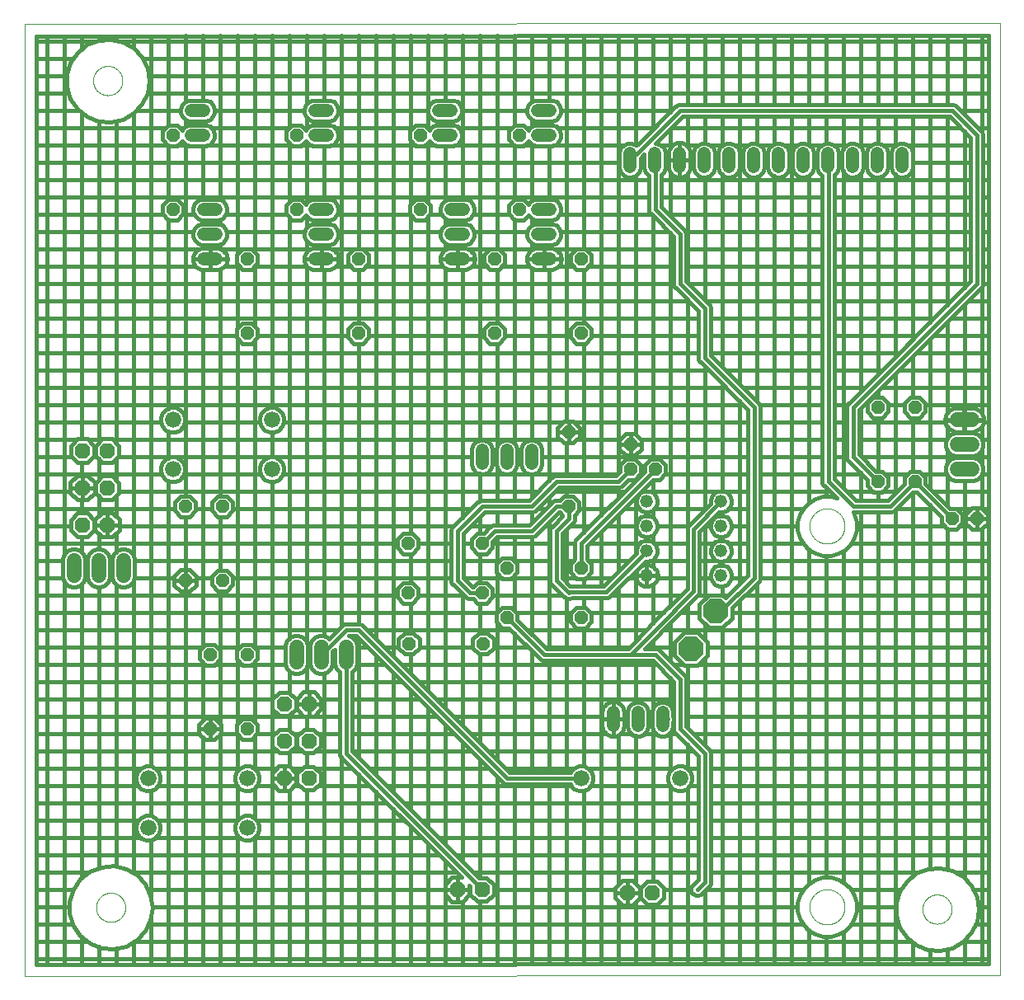
<source format=gbl>
G75*
%MOIN*%
%OFA0B0*%
%FSLAX25Y25*%
%IPPOS*%
%LPD*%
%AMOC8*
5,1,8,0,0,1.08239X$1,22.5*
%
%ADD10C,0.00000*%
%ADD11OC8,0.05200*%
%ADD12OC8,0.06300*%
%ADD13C,0.05200*%
%ADD14C,0.06600*%
%ADD15C,0.06000*%
%ADD16C,0.05200*%
%ADD17OC8,0.10000*%
%ADD18C,0.01600*%
D10*
X0006800Y0001800D02*
X0006800Y0386761D01*
X0401251Y0387011D01*
X0401251Y0002050D01*
X0006800Y0001800D01*
X0035794Y0029600D02*
X0035796Y0029753D01*
X0035802Y0029907D01*
X0035812Y0030060D01*
X0035826Y0030212D01*
X0035844Y0030365D01*
X0035866Y0030516D01*
X0035891Y0030667D01*
X0035921Y0030818D01*
X0035955Y0030968D01*
X0035992Y0031116D01*
X0036033Y0031264D01*
X0036078Y0031410D01*
X0036127Y0031556D01*
X0036180Y0031700D01*
X0036236Y0031842D01*
X0036296Y0031983D01*
X0036360Y0032123D01*
X0036427Y0032261D01*
X0036498Y0032397D01*
X0036573Y0032531D01*
X0036650Y0032663D01*
X0036732Y0032793D01*
X0036816Y0032921D01*
X0036904Y0033047D01*
X0036995Y0033170D01*
X0037089Y0033291D01*
X0037187Y0033409D01*
X0037287Y0033525D01*
X0037391Y0033638D01*
X0037497Y0033749D01*
X0037606Y0033857D01*
X0037718Y0033962D01*
X0037832Y0034063D01*
X0037950Y0034162D01*
X0038069Y0034258D01*
X0038191Y0034351D01*
X0038316Y0034440D01*
X0038443Y0034527D01*
X0038572Y0034609D01*
X0038703Y0034689D01*
X0038836Y0034765D01*
X0038971Y0034838D01*
X0039108Y0034907D01*
X0039247Y0034972D01*
X0039387Y0035034D01*
X0039529Y0035092D01*
X0039672Y0035147D01*
X0039817Y0035198D01*
X0039963Y0035245D01*
X0040110Y0035288D01*
X0040258Y0035327D01*
X0040407Y0035363D01*
X0040557Y0035394D01*
X0040708Y0035422D01*
X0040859Y0035446D01*
X0041012Y0035466D01*
X0041164Y0035482D01*
X0041317Y0035494D01*
X0041470Y0035502D01*
X0041623Y0035506D01*
X0041777Y0035506D01*
X0041930Y0035502D01*
X0042083Y0035494D01*
X0042236Y0035482D01*
X0042388Y0035466D01*
X0042541Y0035446D01*
X0042692Y0035422D01*
X0042843Y0035394D01*
X0042993Y0035363D01*
X0043142Y0035327D01*
X0043290Y0035288D01*
X0043437Y0035245D01*
X0043583Y0035198D01*
X0043728Y0035147D01*
X0043871Y0035092D01*
X0044013Y0035034D01*
X0044153Y0034972D01*
X0044292Y0034907D01*
X0044429Y0034838D01*
X0044564Y0034765D01*
X0044697Y0034689D01*
X0044828Y0034609D01*
X0044957Y0034527D01*
X0045084Y0034440D01*
X0045209Y0034351D01*
X0045331Y0034258D01*
X0045450Y0034162D01*
X0045568Y0034063D01*
X0045682Y0033962D01*
X0045794Y0033857D01*
X0045903Y0033749D01*
X0046009Y0033638D01*
X0046113Y0033525D01*
X0046213Y0033409D01*
X0046311Y0033291D01*
X0046405Y0033170D01*
X0046496Y0033047D01*
X0046584Y0032921D01*
X0046668Y0032793D01*
X0046750Y0032663D01*
X0046827Y0032531D01*
X0046902Y0032397D01*
X0046973Y0032261D01*
X0047040Y0032123D01*
X0047104Y0031983D01*
X0047164Y0031842D01*
X0047220Y0031700D01*
X0047273Y0031556D01*
X0047322Y0031410D01*
X0047367Y0031264D01*
X0047408Y0031116D01*
X0047445Y0030968D01*
X0047479Y0030818D01*
X0047509Y0030667D01*
X0047534Y0030516D01*
X0047556Y0030365D01*
X0047574Y0030212D01*
X0047588Y0030060D01*
X0047598Y0029907D01*
X0047604Y0029753D01*
X0047606Y0029600D01*
X0047604Y0029447D01*
X0047598Y0029293D01*
X0047588Y0029140D01*
X0047574Y0028988D01*
X0047556Y0028835D01*
X0047534Y0028684D01*
X0047509Y0028533D01*
X0047479Y0028382D01*
X0047445Y0028232D01*
X0047408Y0028084D01*
X0047367Y0027936D01*
X0047322Y0027790D01*
X0047273Y0027644D01*
X0047220Y0027500D01*
X0047164Y0027358D01*
X0047104Y0027217D01*
X0047040Y0027077D01*
X0046973Y0026939D01*
X0046902Y0026803D01*
X0046827Y0026669D01*
X0046750Y0026537D01*
X0046668Y0026407D01*
X0046584Y0026279D01*
X0046496Y0026153D01*
X0046405Y0026030D01*
X0046311Y0025909D01*
X0046213Y0025791D01*
X0046113Y0025675D01*
X0046009Y0025562D01*
X0045903Y0025451D01*
X0045794Y0025343D01*
X0045682Y0025238D01*
X0045568Y0025137D01*
X0045450Y0025038D01*
X0045331Y0024942D01*
X0045209Y0024849D01*
X0045084Y0024760D01*
X0044957Y0024673D01*
X0044828Y0024591D01*
X0044697Y0024511D01*
X0044564Y0024435D01*
X0044429Y0024362D01*
X0044292Y0024293D01*
X0044153Y0024228D01*
X0044013Y0024166D01*
X0043871Y0024108D01*
X0043728Y0024053D01*
X0043583Y0024002D01*
X0043437Y0023955D01*
X0043290Y0023912D01*
X0043142Y0023873D01*
X0042993Y0023837D01*
X0042843Y0023806D01*
X0042692Y0023778D01*
X0042541Y0023754D01*
X0042388Y0023734D01*
X0042236Y0023718D01*
X0042083Y0023706D01*
X0041930Y0023698D01*
X0041777Y0023694D01*
X0041623Y0023694D01*
X0041470Y0023698D01*
X0041317Y0023706D01*
X0041164Y0023718D01*
X0041012Y0023734D01*
X0040859Y0023754D01*
X0040708Y0023778D01*
X0040557Y0023806D01*
X0040407Y0023837D01*
X0040258Y0023873D01*
X0040110Y0023912D01*
X0039963Y0023955D01*
X0039817Y0024002D01*
X0039672Y0024053D01*
X0039529Y0024108D01*
X0039387Y0024166D01*
X0039247Y0024228D01*
X0039108Y0024293D01*
X0038971Y0024362D01*
X0038836Y0024435D01*
X0038703Y0024511D01*
X0038572Y0024591D01*
X0038443Y0024673D01*
X0038316Y0024760D01*
X0038191Y0024849D01*
X0038069Y0024942D01*
X0037950Y0025038D01*
X0037832Y0025137D01*
X0037718Y0025238D01*
X0037606Y0025343D01*
X0037497Y0025451D01*
X0037391Y0025562D01*
X0037287Y0025675D01*
X0037187Y0025791D01*
X0037089Y0025909D01*
X0036995Y0026030D01*
X0036904Y0026153D01*
X0036816Y0026279D01*
X0036732Y0026407D01*
X0036650Y0026537D01*
X0036573Y0026669D01*
X0036498Y0026803D01*
X0036427Y0026939D01*
X0036360Y0027077D01*
X0036296Y0027217D01*
X0036236Y0027358D01*
X0036180Y0027500D01*
X0036127Y0027644D01*
X0036078Y0027790D01*
X0036033Y0027936D01*
X0035992Y0028084D01*
X0035955Y0028232D01*
X0035921Y0028382D01*
X0035891Y0028533D01*
X0035866Y0028684D01*
X0035844Y0028835D01*
X0035826Y0028988D01*
X0035812Y0029140D01*
X0035802Y0029293D01*
X0035796Y0029447D01*
X0035794Y0029600D01*
X0324200Y0029800D02*
X0324202Y0029974D01*
X0324209Y0030148D01*
X0324219Y0030322D01*
X0324234Y0030496D01*
X0324253Y0030669D01*
X0324277Y0030842D01*
X0324305Y0031014D01*
X0324336Y0031185D01*
X0324373Y0031356D01*
X0324413Y0031525D01*
X0324457Y0031694D01*
X0324506Y0031861D01*
X0324558Y0032027D01*
X0324615Y0032192D01*
X0324676Y0032355D01*
X0324740Y0032517D01*
X0324809Y0032677D01*
X0324882Y0032836D01*
X0324958Y0032992D01*
X0325038Y0033147D01*
X0325122Y0033300D01*
X0325210Y0033450D01*
X0325302Y0033598D01*
X0325397Y0033745D01*
X0325495Y0033888D01*
X0325597Y0034029D01*
X0325703Y0034168D01*
X0325812Y0034304D01*
X0325924Y0034438D01*
X0326039Y0034568D01*
X0326158Y0034696D01*
X0326280Y0034820D01*
X0326404Y0034942D01*
X0326532Y0035061D01*
X0326662Y0035176D01*
X0326796Y0035288D01*
X0326932Y0035397D01*
X0327071Y0035503D01*
X0327212Y0035605D01*
X0327355Y0035703D01*
X0327502Y0035798D01*
X0327650Y0035890D01*
X0327800Y0035978D01*
X0327953Y0036062D01*
X0328108Y0036142D01*
X0328264Y0036218D01*
X0328423Y0036291D01*
X0328583Y0036360D01*
X0328745Y0036424D01*
X0328908Y0036485D01*
X0329073Y0036542D01*
X0329239Y0036594D01*
X0329406Y0036643D01*
X0329575Y0036687D01*
X0329744Y0036727D01*
X0329915Y0036764D01*
X0330086Y0036795D01*
X0330258Y0036823D01*
X0330431Y0036847D01*
X0330604Y0036866D01*
X0330778Y0036881D01*
X0330952Y0036891D01*
X0331126Y0036898D01*
X0331300Y0036900D01*
X0331474Y0036898D01*
X0331648Y0036891D01*
X0331822Y0036881D01*
X0331996Y0036866D01*
X0332169Y0036847D01*
X0332342Y0036823D01*
X0332514Y0036795D01*
X0332685Y0036764D01*
X0332856Y0036727D01*
X0333025Y0036687D01*
X0333194Y0036643D01*
X0333361Y0036594D01*
X0333527Y0036542D01*
X0333692Y0036485D01*
X0333855Y0036424D01*
X0334017Y0036360D01*
X0334177Y0036291D01*
X0334336Y0036218D01*
X0334492Y0036142D01*
X0334647Y0036062D01*
X0334800Y0035978D01*
X0334950Y0035890D01*
X0335098Y0035798D01*
X0335245Y0035703D01*
X0335388Y0035605D01*
X0335529Y0035503D01*
X0335668Y0035397D01*
X0335804Y0035288D01*
X0335938Y0035176D01*
X0336068Y0035061D01*
X0336196Y0034942D01*
X0336320Y0034820D01*
X0336442Y0034696D01*
X0336561Y0034568D01*
X0336676Y0034438D01*
X0336788Y0034304D01*
X0336897Y0034168D01*
X0337003Y0034029D01*
X0337105Y0033888D01*
X0337203Y0033745D01*
X0337298Y0033598D01*
X0337390Y0033450D01*
X0337478Y0033300D01*
X0337562Y0033147D01*
X0337642Y0032992D01*
X0337718Y0032836D01*
X0337791Y0032677D01*
X0337860Y0032517D01*
X0337924Y0032355D01*
X0337985Y0032192D01*
X0338042Y0032027D01*
X0338094Y0031861D01*
X0338143Y0031694D01*
X0338187Y0031525D01*
X0338227Y0031356D01*
X0338264Y0031185D01*
X0338295Y0031014D01*
X0338323Y0030842D01*
X0338347Y0030669D01*
X0338366Y0030496D01*
X0338381Y0030322D01*
X0338391Y0030148D01*
X0338398Y0029974D01*
X0338400Y0029800D01*
X0338398Y0029626D01*
X0338391Y0029452D01*
X0338381Y0029278D01*
X0338366Y0029104D01*
X0338347Y0028931D01*
X0338323Y0028758D01*
X0338295Y0028586D01*
X0338264Y0028415D01*
X0338227Y0028244D01*
X0338187Y0028075D01*
X0338143Y0027906D01*
X0338094Y0027739D01*
X0338042Y0027573D01*
X0337985Y0027408D01*
X0337924Y0027245D01*
X0337860Y0027083D01*
X0337791Y0026923D01*
X0337718Y0026764D01*
X0337642Y0026608D01*
X0337562Y0026453D01*
X0337478Y0026300D01*
X0337390Y0026150D01*
X0337298Y0026002D01*
X0337203Y0025855D01*
X0337105Y0025712D01*
X0337003Y0025571D01*
X0336897Y0025432D01*
X0336788Y0025296D01*
X0336676Y0025162D01*
X0336561Y0025032D01*
X0336442Y0024904D01*
X0336320Y0024780D01*
X0336196Y0024658D01*
X0336068Y0024539D01*
X0335938Y0024424D01*
X0335804Y0024312D01*
X0335668Y0024203D01*
X0335529Y0024097D01*
X0335388Y0023995D01*
X0335245Y0023897D01*
X0335098Y0023802D01*
X0334950Y0023710D01*
X0334800Y0023622D01*
X0334647Y0023538D01*
X0334492Y0023458D01*
X0334336Y0023382D01*
X0334177Y0023309D01*
X0334017Y0023240D01*
X0333855Y0023176D01*
X0333692Y0023115D01*
X0333527Y0023058D01*
X0333361Y0023006D01*
X0333194Y0022957D01*
X0333025Y0022913D01*
X0332856Y0022873D01*
X0332685Y0022836D01*
X0332514Y0022805D01*
X0332342Y0022777D01*
X0332169Y0022753D01*
X0331996Y0022734D01*
X0331822Y0022719D01*
X0331648Y0022709D01*
X0331474Y0022702D01*
X0331300Y0022700D01*
X0331126Y0022702D01*
X0330952Y0022709D01*
X0330778Y0022719D01*
X0330604Y0022734D01*
X0330431Y0022753D01*
X0330258Y0022777D01*
X0330086Y0022805D01*
X0329915Y0022836D01*
X0329744Y0022873D01*
X0329575Y0022913D01*
X0329406Y0022957D01*
X0329239Y0023006D01*
X0329073Y0023058D01*
X0328908Y0023115D01*
X0328745Y0023176D01*
X0328583Y0023240D01*
X0328423Y0023309D01*
X0328264Y0023382D01*
X0328108Y0023458D01*
X0327953Y0023538D01*
X0327800Y0023622D01*
X0327650Y0023710D01*
X0327502Y0023802D01*
X0327355Y0023897D01*
X0327212Y0023995D01*
X0327071Y0024097D01*
X0326932Y0024203D01*
X0326796Y0024312D01*
X0326662Y0024424D01*
X0326532Y0024539D01*
X0326404Y0024658D01*
X0326280Y0024780D01*
X0326158Y0024904D01*
X0326039Y0025032D01*
X0325924Y0025162D01*
X0325812Y0025296D01*
X0325703Y0025432D01*
X0325597Y0025571D01*
X0325495Y0025712D01*
X0325397Y0025855D01*
X0325302Y0026002D01*
X0325210Y0026150D01*
X0325122Y0026300D01*
X0325038Y0026453D01*
X0324958Y0026608D01*
X0324882Y0026764D01*
X0324809Y0026923D01*
X0324740Y0027083D01*
X0324676Y0027245D01*
X0324615Y0027408D01*
X0324558Y0027573D01*
X0324506Y0027739D01*
X0324457Y0027906D01*
X0324413Y0028075D01*
X0324373Y0028244D01*
X0324336Y0028415D01*
X0324305Y0028586D01*
X0324277Y0028758D01*
X0324253Y0028931D01*
X0324234Y0029104D01*
X0324219Y0029278D01*
X0324209Y0029452D01*
X0324202Y0029626D01*
X0324200Y0029800D01*
X0369894Y0028900D02*
X0369896Y0029053D01*
X0369902Y0029207D01*
X0369912Y0029360D01*
X0369926Y0029512D01*
X0369944Y0029665D01*
X0369966Y0029816D01*
X0369991Y0029967D01*
X0370021Y0030118D01*
X0370055Y0030268D01*
X0370092Y0030416D01*
X0370133Y0030564D01*
X0370178Y0030710D01*
X0370227Y0030856D01*
X0370280Y0031000D01*
X0370336Y0031142D01*
X0370396Y0031283D01*
X0370460Y0031423D01*
X0370527Y0031561D01*
X0370598Y0031697D01*
X0370673Y0031831D01*
X0370750Y0031963D01*
X0370832Y0032093D01*
X0370916Y0032221D01*
X0371004Y0032347D01*
X0371095Y0032470D01*
X0371189Y0032591D01*
X0371287Y0032709D01*
X0371387Y0032825D01*
X0371491Y0032938D01*
X0371597Y0033049D01*
X0371706Y0033157D01*
X0371818Y0033262D01*
X0371932Y0033363D01*
X0372050Y0033462D01*
X0372169Y0033558D01*
X0372291Y0033651D01*
X0372416Y0033740D01*
X0372543Y0033827D01*
X0372672Y0033909D01*
X0372803Y0033989D01*
X0372936Y0034065D01*
X0373071Y0034138D01*
X0373208Y0034207D01*
X0373347Y0034272D01*
X0373487Y0034334D01*
X0373629Y0034392D01*
X0373772Y0034447D01*
X0373917Y0034498D01*
X0374063Y0034545D01*
X0374210Y0034588D01*
X0374358Y0034627D01*
X0374507Y0034663D01*
X0374657Y0034694D01*
X0374808Y0034722D01*
X0374959Y0034746D01*
X0375112Y0034766D01*
X0375264Y0034782D01*
X0375417Y0034794D01*
X0375570Y0034802D01*
X0375723Y0034806D01*
X0375877Y0034806D01*
X0376030Y0034802D01*
X0376183Y0034794D01*
X0376336Y0034782D01*
X0376488Y0034766D01*
X0376641Y0034746D01*
X0376792Y0034722D01*
X0376943Y0034694D01*
X0377093Y0034663D01*
X0377242Y0034627D01*
X0377390Y0034588D01*
X0377537Y0034545D01*
X0377683Y0034498D01*
X0377828Y0034447D01*
X0377971Y0034392D01*
X0378113Y0034334D01*
X0378253Y0034272D01*
X0378392Y0034207D01*
X0378529Y0034138D01*
X0378664Y0034065D01*
X0378797Y0033989D01*
X0378928Y0033909D01*
X0379057Y0033827D01*
X0379184Y0033740D01*
X0379309Y0033651D01*
X0379431Y0033558D01*
X0379550Y0033462D01*
X0379668Y0033363D01*
X0379782Y0033262D01*
X0379894Y0033157D01*
X0380003Y0033049D01*
X0380109Y0032938D01*
X0380213Y0032825D01*
X0380313Y0032709D01*
X0380411Y0032591D01*
X0380505Y0032470D01*
X0380596Y0032347D01*
X0380684Y0032221D01*
X0380768Y0032093D01*
X0380850Y0031963D01*
X0380927Y0031831D01*
X0381002Y0031697D01*
X0381073Y0031561D01*
X0381140Y0031423D01*
X0381204Y0031283D01*
X0381264Y0031142D01*
X0381320Y0031000D01*
X0381373Y0030856D01*
X0381422Y0030710D01*
X0381467Y0030564D01*
X0381508Y0030416D01*
X0381545Y0030268D01*
X0381579Y0030118D01*
X0381609Y0029967D01*
X0381634Y0029816D01*
X0381656Y0029665D01*
X0381674Y0029512D01*
X0381688Y0029360D01*
X0381698Y0029207D01*
X0381704Y0029053D01*
X0381706Y0028900D01*
X0381704Y0028747D01*
X0381698Y0028593D01*
X0381688Y0028440D01*
X0381674Y0028288D01*
X0381656Y0028135D01*
X0381634Y0027984D01*
X0381609Y0027833D01*
X0381579Y0027682D01*
X0381545Y0027532D01*
X0381508Y0027384D01*
X0381467Y0027236D01*
X0381422Y0027090D01*
X0381373Y0026944D01*
X0381320Y0026800D01*
X0381264Y0026658D01*
X0381204Y0026517D01*
X0381140Y0026377D01*
X0381073Y0026239D01*
X0381002Y0026103D01*
X0380927Y0025969D01*
X0380850Y0025837D01*
X0380768Y0025707D01*
X0380684Y0025579D01*
X0380596Y0025453D01*
X0380505Y0025330D01*
X0380411Y0025209D01*
X0380313Y0025091D01*
X0380213Y0024975D01*
X0380109Y0024862D01*
X0380003Y0024751D01*
X0379894Y0024643D01*
X0379782Y0024538D01*
X0379668Y0024437D01*
X0379550Y0024338D01*
X0379431Y0024242D01*
X0379309Y0024149D01*
X0379184Y0024060D01*
X0379057Y0023973D01*
X0378928Y0023891D01*
X0378797Y0023811D01*
X0378664Y0023735D01*
X0378529Y0023662D01*
X0378392Y0023593D01*
X0378253Y0023528D01*
X0378113Y0023466D01*
X0377971Y0023408D01*
X0377828Y0023353D01*
X0377683Y0023302D01*
X0377537Y0023255D01*
X0377390Y0023212D01*
X0377242Y0023173D01*
X0377093Y0023137D01*
X0376943Y0023106D01*
X0376792Y0023078D01*
X0376641Y0023054D01*
X0376488Y0023034D01*
X0376336Y0023018D01*
X0376183Y0023006D01*
X0376030Y0022998D01*
X0375877Y0022994D01*
X0375723Y0022994D01*
X0375570Y0022998D01*
X0375417Y0023006D01*
X0375264Y0023018D01*
X0375112Y0023034D01*
X0374959Y0023054D01*
X0374808Y0023078D01*
X0374657Y0023106D01*
X0374507Y0023137D01*
X0374358Y0023173D01*
X0374210Y0023212D01*
X0374063Y0023255D01*
X0373917Y0023302D01*
X0373772Y0023353D01*
X0373629Y0023408D01*
X0373487Y0023466D01*
X0373347Y0023528D01*
X0373208Y0023593D01*
X0373071Y0023662D01*
X0372936Y0023735D01*
X0372803Y0023811D01*
X0372672Y0023891D01*
X0372543Y0023973D01*
X0372416Y0024060D01*
X0372291Y0024149D01*
X0372169Y0024242D01*
X0372050Y0024338D01*
X0371932Y0024437D01*
X0371818Y0024538D01*
X0371706Y0024643D01*
X0371597Y0024751D01*
X0371491Y0024862D01*
X0371387Y0024975D01*
X0371287Y0025091D01*
X0371189Y0025209D01*
X0371095Y0025330D01*
X0371004Y0025453D01*
X0370916Y0025579D01*
X0370832Y0025707D01*
X0370750Y0025837D01*
X0370673Y0025969D01*
X0370598Y0026103D01*
X0370527Y0026239D01*
X0370460Y0026377D01*
X0370396Y0026517D01*
X0370336Y0026658D01*
X0370280Y0026800D01*
X0370227Y0026944D01*
X0370178Y0027090D01*
X0370133Y0027236D01*
X0370092Y0027384D01*
X0370055Y0027532D01*
X0370021Y0027682D01*
X0369991Y0027833D01*
X0369966Y0027984D01*
X0369944Y0028135D01*
X0369926Y0028288D01*
X0369912Y0028440D01*
X0369902Y0028593D01*
X0369896Y0028747D01*
X0369894Y0028900D01*
X0324200Y0183800D02*
X0324202Y0183974D01*
X0324209Y0184148D01*
X0324219Y0184322D01*
X0324234Y0184496D01*
X0324253Y0184669D01*
X0324277Y0184842D01*
X0324305Y0185014D01*
X0324336Y0185185D01*
X0324373Y0185356D01*
X0324413Y0185525D01*
X0324457Y0185694D01*
X0324506Y0185861D01*
X0324558Y0186027D01*
X0324615Y0186192D01*
X0324676Y0186355D01*
X0324740Y0186517D01*
X0324809Y0186677D01*
X0324882Y0186836D01*
X0324958Y0186992D01*
X0325038Y0187147D01*
X0325122Y0187300D01*
X0325210Y0187450D01*
X0325302Y0187598D01*
X0325397Y0187745D01*
X0325495Y0187888D01*
X0325597Y0188029D01*
X0325703Y0188168D01*
X0325812Y0188304D01*
X0325924Y0188438D01*
X0326039Y0188568D01*
X0326158Y0188696D01*
X0326280Y0188820D01*
X0326404Y0188942D01*
X0326532Y0189061D01*
X0326662Y0189176D01*
X0326796Y0189288D01*
X0326932Y0189397D01*
X0327071Y0189503D01*
X0327212Y0189605D01*
X0327355Y0189703D01*
X0327502Y0189798D01*
X0327650Y0189890D01*
X0327800Y0189978D01*
X0327953Y0190062D01*
X0328108Y0190142D01*
X0328264Y0190218D01*
X0328423Y0190291D01*
X0328583Y0190360D01*
X0328745Y0190424D01*
X0328908Y0190485D01*
X0329073Y0190542D01*
X0329239Y0190594D01*
X0329406Y0190643D01*
X0329575Y0190687D01*
X0329744Y0190727D01*
X0329915Y0190764D01*
X0330086Y0190795D01*
X0330258Y0190823D01*
X0330431Y0190847D01*
X0330604Y0190866D01*
X0330778Y0190881D01*
X0330952Y0190891D01*
X0331126Y0190898D01*
X0331300Y0190900D01*
X0331474Y0190898D01*
X0331648Y0190891D01*
X0331822Y0190881D01*
X0331996Y0190866D01*
X0332169Y0190847D01*
X0332342Y0190823D01*
X0332514Y0190795D01*
X0332685Y0190764D01*
X0332856Y0190727D01*
X0333025Y0190687D01*
X0333194Y0190643D01*
X0333361Y0190594D01*
X0333527Y0190542D01*
X0333692Y0190485D01*
X0333855Y0190424D01*
X0334017Y0190360D01*
X0334177Y0190291D01*
X0334336Y0190218D01*
X0334492Y0190142D01*
X0334647Y0190062D01*
X0334800Y0189978D01*
X0334950Y0189890D01*
X0335098Y0189798D01*
X0335245Y0189703D01*
X0335388Y0189605D01*
X0335529Y0189503D01*
X0335668Y0189397D01*
X0335804Y0189288D01*
X0335938Y0189176D01*
X0336068Y0189061D01*
X0336196Y0188942D01*
X0336320Y0188820D01*
X0336442Y0188696D01*
X0336561Y0188568D01*
X0336676Y0188438D01*
X0336788Y0188304D01*
X0336897Y0188168D01*
X0337003Y0188029D01*
X0337105Y0187888D01*
X0337203Y0187745D01*
X0337298Y0187598D01*
X0337390Y0187450D01*
X0337478Y0187300D01*
X0337562Y0187147D01*
X0337642Y0186992D01*
X0337718Y0186836D01*
X0337791Y0186677D01*
X0337860Y0186517D01*
X0337924Y0186355D01*
X0337985Y0186192D01*
X0338042Y0186027D01*
X0338094Y0185861D01*
X0338143Y0185694D01*
X0338187Y0185525D01*
X0338227Y0185356D01*
X0338264Y0185185D01*
X0338295Y0185014D01*
X0338323Y0184842D01*
X0338347Y0184669D01*
X0338366Y0184496D01*
X0338381Y0184322D01*
X0338391Y0184148D01*
X0338398Y0183974D01*
X0338400Y0183800D01*
X0338398Y0183626D01*
X0338391Y0183452D01*
X0338381Y0183278D01*
X0338366Y0183104D01*
X0338347Y0182931D01*
X0338323Y0182758D01*
X0338295Y0182586D01*
X0338264Y0182415D01*
X0338227Y0182244D01*
X0338187Y0182075D01*
X0338143Y0181906D01*
X0338094Y0181739D01*
X0338042Y0181573D01*
X0337985Y0181408D01*
X0337924Y0181245D01*
X0337860Y0181083D01*
X0337791Y0180923D01*
X0337718Y0180764D01*
X0337642Y0180608D01*
X0337562Y0180453D01*
X0337478Y0180300D01*
X0337390Y0180150D01*
X0337298Y0180002D01*
X0337203Y0179855D01*
X0337105Y0179712D01*
X0337003Y0179571D01*
X0336897Y0179432D01*
X0336788Y0179296D01*
X0336676Y0179162D01*
X0336561Y0179032D01*
X0336442Y0178904D01*
X0336320Y0178780D01*
X0336196Y0178658D01*
X0336068Y0178539D01*
X0335938Y0178424D01*
X0335804Y0178312D01*
X0335668Y0178203D01*
X0335529Y0178097D01*
X0335388Y0177995D01*
X0335245Y0177897D01*
X0335098Y0177802D01*
X0334950Y0177710D01*
X0334800Y0177622D01*
X0334647Y0177538D01*
X0334492Y0177458D01*
X0334336Y0177382D01*
X0334177Y0177309D01*
X0334017Y0177240D01*
X0333855Y0177176D01*
X0333692Y0177115D01*
X0333527Y0177058D01*
X0333361Y0177006D01*
X0333194Y0176957D01*
X0333025Y0176913D01*
X0332856Y0176873D01*
X0332685Y0176836D01*
X0332514Y0176805D01*
X0332342Y0176777D01*
X0332169Y0176753D01*
X0331996Y0176734D01*
X0331822Y0176719D01*
X0331648Y0176709D01*
X0331474Y0176702D01*
X0331300Y0176700D01*
X0331126Y0176702D01*
X0330952Y0176709D01*
X0330778Y0176719D01*
X0330604Y0176734D01*
X0330431Y0176753D01*
X0330258Y0176777D01*
X0330086Y0176805D01*
X0329915Y0176836D01*
X0329744Y0176873D01*
X0329575Y0176913D01*
X0329406Y0176957D01*
X0329239Y0177006D01*
X0329073Y0177058D01*
X0328908Y0177115D01*
X0328745Y0177176D01*
X0328583Y0177240D01*
X0328423Y0177309D01*
X0328264Y0177382D01*
X0328108Y0177458D01*
X0327953Y0177538D01*
X0327800Y0177622D01*
X0327650Y0177710D01*
X0327502Y0177802D01*
X0327355Y0177897D01*
X0327212Y0177995D01*
X0327071Y0178097D01*
X0326932Y0178203D01*
X0326796Y0178312D01*
X0326662Y0178424D01*
X0326532Y0178539D01*
X0326404Y0178658D01*
X0326280Y0178780D01*
X0326158Y0178904D01*
X0326039Y0179032D01*
X0325924Y0179162D01*
X0325812Y0179296D01*
X0325703Y0179432D01*
X0325597Y0179571D01*
X0325495Y0179712D01*
X0325397Y0179855D01*
X0325302Y0180002D01*
X0325210Y0180150D01*
X0325122Y0180300D01*
X0325038Y0180453D01*
X0324958Y0180608D01*
X0324882Y0180764D01*
X0324809Y0180923D01*
X0324740Y0181083D01*
X0324676Y0181245D01*
X0324615Y0181408D01*
X0324558Y0181573D01*
X0324506Y0181739D01*
X0324457Y0181906D01*
X0324413Y0182075D01*
X0324373Y0182244D01*
X0324336Y0182415D01*
X0324305Y0182586D01*
X0324277Y0182758D01*
X0324253Y0182931D01*
X0324234Y0183104D01*
X0324219Y0183278D01*
X0324209Y0183452D01*
X0324202Y0183626D01*
X0324200Y0183800D01*
X0034594Y0363900D02*
X0034596Y0364053D01*
X0034602Y0364207D01*
X0034612Y0364360D01*
X0034626Y0364512D01*
X0034644Y0364665D01*
X0034666Y0364816D01*
X0034691Y0364967D01*
X0034721Y0365118D01*
X0034755Y0365268D01*
X0034792Y0365416D01*
X0034833Y0365564D01*
X0034878Y0365710D01*
X0034927Y0365856D01*
X0034980Y0366000D01*
X0035036Y0366142D01*
X0035096Y0366283D01*
X0035160Y0366423D01*
X0035227Y0366561D01*
X0035298Y0366697D01*
X0035373Y0366831D01*
X0035450Y0366963D01*
X0035532Y0367093D01*
X0035616Y0367221D01*
X0035704Y0367347D01*
X0035795Y0367470D01*
X0035889Y0367591D01*
X0035987Y0367709D01*
X0036087Y0367825D01*
X0036191Y0367938D01*
X0036297Y0368049D01*
X0036406Y0368157D01*
X0036518Y0368262D01*
X0036632Y0368363D01*
X0036750Y0368462D01*
X0036869Y0368558D01*
X0036991Y0368651D01*
X0037116Y0368740D01*
X0037243Y0368827D01*
X0037372Y0368909D01*
X0037503Y0368989D01*
X0037636Y0369065D01*
X0037771Y0369138D01*
X0037908Y0369207D01*
X0038047Y0369272D01*
X0038187Y0369334D01*
X0038329Y0369392D01*
X0038472Y0369447D01*
X0038617Y0369498D01*
X0038763Y0369545D01*
X0038910Y0369588D01*
X0039058Y0369627D01*
X0039207Y0369663D01*
X0039357Y0369694D01*
X0039508Y0369722D01*
X0039659Y0369746D01*
X0039812Y0369766D01*
X0039964Y0369782D01*
X0040117Y0369794D01*
X0040270Y0369802D01*
X0040423Y0369806D01*
X0040577Y0369806D01*
X0040730Y0369802D01*
X0040883Y0369794D01*
X0041036Y0369782D01*
X0041188Y0369766D01*
X0041341Y0369746D01*
X0041492Y0369722D01*
X0041643Y0369694D01*
X0041793Y0369663D01*
X0041942Y0369627D01*
X0042090Y0369588D01*
X0042237Y0369545D01*
X0042383Y0369498D01*
X0042528Y0369447D01*
X0042671Y0369392D01*
X0042813Y0369334D01*
X0042953Y0369272D01*
X0043092Y0369207D01*
X0043229Y0369138D01*
X0043364Y0369065D01*
X0043497Y0368989D01*
X0043628Y0368909D01*
X0043757Y0368827D01*
X0043884Y0368740D01*
X0044009Y0368651D01*
X0044131Y0368558D01*
X0044250Y0368462D01*
X0044368Y0368363D01*
X0044482Y0368262D01*
X0044594Y0368157D01*
X0044703Y0368049D01*
X0044809Y0367938D01*
X0044913Y0367825D01*
X0045013Y0367709D01*
X0045111Y0367591D01*
X0045205Y0367470D01*
X0045296Y0367347D01*
X0045384Y0367221D01*
X0045468Y0367093D01*
X0045550Y0366963D01*
X0045627Y0366831D01*
X0045702Y0366697D01*
X0045773Y0366561D01*
X0045840Y0366423D01*
X0045904Y0366283D01*
X0045964Y0366142D01*
X0046020Y0366000D01*
X0046073Y0365856D01*
X0046122Y0365710D01*
X0046167Y0365564D01*
X0046208Y0365416D01*
X0046245Y0365268D01*
X0046279Y0365118D01*
X0046309Y0364967D01*
X0046334Y0364816D01*
X0046356Y0364665D01*
X0046374Y0364512D01*
X0046388Y0364360D01*
X0046398Y0364207D01*
X0046404Y0364053D01*
X0046406Y0363900D01*
X0046404Y0363747D01*
X0046398Y0363593D01*
X0046388Y0363440D01*
X0046374Y0363288D01*
X0046356Y0363135D01*
X0046334Y0362984D01*
X0046309Y0362833D01*
X0046279Y0362682D01*
X0046245Y0362532D01*
X0046208Y0362384D01*
X0046167Y0362236D01*
X0046122Y0362090D01*
X0046073Y0361944D01*
X0046020Y0361800D01*
X0045964Y0361658D01*
X0045904Y0361517D01*
X0045840Y0361377D01*
X0045773Y0361239D01*
X0045702Y0361103D01*
X0045627Y0360969D01*
X0045550Y0360837D01*
X0045468Y0360707D01*
X0045384Y0360579D01*
X0045296Y0360453D01*
X0045205Y0360330D01*
X0045111Y0360209D01*
X0045013Y0360091D01*
X0044913Y0359975D01*
X0044809Y0359862D01*
X0044703Y0359751D01*
X0044594Y0359643D01*
X0044482Y0359538D01*
X0044368Y0359437D01*
X0044250Y0359338D01*
X0044131Y0359242D01*
X0044009Y0359149D01*
X0043884Y0359060D01*
X0043757Y0358973D01*
X0043628Y0358891D01*
X0043497Y0358811D01*
X0043364Y0358735D01*
X0043229Y0358662D01*
X0043092Y0358593D01*
X0042953Y0358528D01*
X0042813Y0358466D01*
X0042671Y0358408D01*
X0042528Y0358353D01*
X0042383Y0358302D01*
X0042237Y0358255D01*
X0042090Y0358212D01*
X0041942Y0358173D01*
X0041793Y0358137D01*
X0041643Y0358106D01*
X0041492Y0358078D01*
X0041341Y0358054D01*
X0041188Y0358034D01*
X0041036Y0358018D01*
X0040883Y0358006D01*
X0040730Y0357998D01*
X0040577Y0357994D01*
X0040423Y0357994D01*
X0040270Y0357998D01*
X0040117Y0358006D01*
X0039964Y0358018D01*
X0039812Y0358034D01*
X0039659Y0358054D01*
X0039508Y0358078D01*
X0039357Y0358106D01*
X0039207Y0358137D01*
X0039058Y0358173D01*
X0038910Y0358212D01*
X0038763Y0358255D01*
X0038617Y0358302D01*
X0038472Y0358353D01*
X0038329Y0358408D01*
X0038187Y0358466D01*
X0038047Y0358528D01*
X0037908Y0358593D01*
X0037771Y0358662D01*
X0037636Y0358735D01*
X0037503Y0358811D01*
X0037372Y0358891D01*
X0037243Y0358973D01*
X0037116Y0359060D01*
X0036991Y0359149D01*
X0036869Y0359242D01*
X0036750Y0359338D01*
X0036632Y0359437D01*
X0036518Y0359538D01*
X0036406Y0359643D01*
X0036297Y0359751D01*
X0036191Y0359862D01*
X0036087Y0359975D01*
X0035987Y0360091D01*
X0035889Y0360209D01*
X0035795Y0360330D01*
X0035704Y0360453D01*
X0035616Y0360579D01*
X0035532Y0360707D01*
X0035450Y0360837D01*
X0035373Y0360969D01*
X0035298Y0361103D01*
X0035227Y0361239D01*
X0035160Y0361377D01*
X0035096Y0361517D01*
X0035036Y0361658D01*
X0034980Y0361800D01*
X0034927Y0361944D01*
X0034878Y0362090D01*
X0034833Y0362236D01*
X0034792Y0362384D01*
X0034755Y0362532D01*
X0034721Y0362682D01*
X0034691Y0362833D01*
X0034666Y0362984D01*
X0034644Y0363135D01*
X0034626Y0363288D01*
X0034612Y0363440D01*
X0034602Y0363593D01*
X0034596Y0363747D01*
X0034594Y0363900D01*
D11*
X0066800Y0341800D03*
X0066800Y0311800D03*
X0096800Y0291800D03*
X0116800Y0311800D03*
X0116800Y0341800D03*
X0141800Y0291800D03*
X0166800Y0311800D03*
X0166800Y0341800D03*
X0206800Y0341800D03*
X0206800Y0311800D03*
X0196800Y0291800D03*
X0196800Y0261800D03*
X0231800Y0261800D03*
X0231800Y0291800D03*
X0226800Y0221800D03*
X0251800Y0216800D03*
X0251800Y0206800D03*
X0261800Y0206800D03*
X0226800Y0191800D03*
X0231800Y0166800D03*
X0231800Y0146800D03*
X0201800Y0146800D03*
X0191800Y0156800D03*
X0201800Y0166800D03*
X0191800Y0176800D03*
X0161800Y0176800D03*
X0161800Y0156800D03*
X0162300Y0136300D03*
X0192300Y0136300D03*
X0096800Y0131800D03*
X0081800Y0131800D03*
X0081800Y0101800D03*
X0096800Y0101800D03*
X0086800Y0161800D03*
X0071800Y0161800D03*
X0071800Y0191800D03*
X0086800Y0191800D03*
X0096800Y0261800D03*
X0141800Y0261800D03*
X0351800Y0231800D03*
X0366800Y0231800D03*
X0366800Y0201800D03*
X0351800Y0201800D03*
X0381800Y0186800D03*
X0391800Y0186800D03*
D12*
X0260550Y0035550D03*
X0250550Y0035550D03*
X0191800Y0036800D03*
X0181800Y0036800D03*
X0121800Y0081800D03*
X0111800Y0081800D03*
X0111800Y0096800D03*
X0121800Y0096800D03*
X0121800Y0111800D03*
X0111800Y0111800D03*
X0040300Y0184300D03*
X0030300Y0184300D03*
X0030300Y0199300D03*
X0040300Y0199300D03*
X0040300Y0214300D03*
X0030300Y0214300D03*
D13*
X0079200Y0291800D02*
X0084400Y0291800D01*
X0084400Y0301800D02*
X0079200Y0301800D01*
X0079200Y0311800D02*
X0084400Y0311800D01*
X0079400Y0341800D02*
X0074200Y0341800D01*
X0074200Y0351800D02*
X0079400Y0351800D01*
X0124200Y0351800D02*
X0129400Y0351800D01*
X0129400Y0341800D02*
X0124200Y0341800D01*
X0124200Y0311800D02*
X0129400Y0311800D01*
X0129400Y0301800D02*
X0124200Y0301800D01*
X0124200Y0291800D02*
X0129400Y0291800D01*
X0179200Y0291800D02*
X0184400Y0291800D01*
X0184400Y0301800D02*
X0179200Y0301800D01*
X0179200Y0311800D02*
X0184400Y0311800D01*
X0179400Y0341800D02*
X0174200Y0341800D01*
X0174200Y0351800D02*
X0179400Y0351800D01*
X0214200Y0351800D02*
X0219400Y0351800D01*
X0219400Y0341800D02*
X0214200Y0341800D01*
X0214200Y0311800D02*
X0219400Y0311800D01*
X0219400Y0301800D02*
X0214200Y0301800D01*
X0214200Y0291800D02*
X0219400Y0291800D01*
X0251600Y0329200D02*
X0251600Y0334400D01*
X0261600Y0334400D02*
X0261600Y0329200D01*
X0271600Y0329200D02*
X0271600Y0334400D01*
X0281600Y0334400D02*
X0281600Y0329200D01*
X0291600Y0329200D02*
X0291600Y0334400D01*
X0301600Y0334400D02*
X0301600Y0329200D01*
X0311600Y0329200D02*
X0311600Y0334400D01*
X0321600Y0334400D02*
X0321600Y0329200D01*
X0331600Y0329200D02*
X0331600Y0334400D01*
X0341600Y0334400D02*
X0341600Y0329200D01*
X0351600Y0329200D02*
X0351600Y0334400D01*
X0361600Y0334400D02*
X0361600Y0329200D01*
X0211800Y0214400D02*
X0211800Y0209200D01*
X0201800Y0209200D02*
X0201800Y0214400D01*
X0191800Y0214400D02*
X0191800Y0209200D01*
X0244800Y0108400D02*
X0244800Y0103200D01*
X0254800Y0103200D02*
X0254800Y0108400D01*
X0264800Y0108400D02*
X0264800Y0103200D01*
D14*
X0271800Y0081800D03*
X0231800Y0081800D03*
X0106800Y0206800D03*
X0106800Y0226800D03*
X0066800Y0226800D03*
X0066800Y0206800D03*
X0056800Y0081800D03*
X0056800Y0061800D03*
X0096800Y0061800D03*
X0096800Y0081800D03*
D15*
X0116800Y0128800D02*
X0116800Y0134800D01*
X0126800Y0134800D02*
X0126800Y0128800D01*
X0136800Y0128800D02*
X0136800Y0134800D01*
X0046800Y0163800D02*
X0046800Y0169800D01*
X0036800Y0169800D02*
X0036800Y0163800D01*
X0026800Y0163800D02*
X0026800Y0169800D01*
X0383800Y0206800D02*
X0389800Y0206800D01*
X0389800Y0216800D02*
X0383800Y0216800D01*
X0383800Y0226800D02*
X0389800Y0226800D01*
D16*
X0288400Y0193800D03*
X0288400Y0183800D03*
X0288400Y0173800D03*
X0288400Y0163800D03*
X0258400Y0163800D03*
X0258400Y0173800D03*
X0258400Y0183800D03*
X0258400Y0193800D03*
D17*
X0286300Y0149400D03*
X0276300Y0134200D03*
D18*
X0281800Y0130366D02*
X0281800Y0095194D01*
X0283159Y0093835D02*
X0274200Y0102794D01*
X0274200Y0122277D01*
X0273835Y0123159D01*
X0273159Y0123835D01*
X0263159Y0133835D01*
X0262277Y0134200D01*
X0257594Y0134200D01*
X0263159Y0139765D01*
X0263835Y0140441D01*
X0263976Y0140782D01*
X0278559Y0155365D01*
X0279235Y0156041D01*
X0279600Y0156923D01*
X0279600Y0181606D01*
X0287594Y0189600D01*
X0289235Y0189600D01*
X0290779Y0190239D01*
X0291961Y0191421D01*
X0292600Y0192965D01*
X0292600Y0194635D01*
X0291961Y0196179D01*
X0290779Y0197361D01*
X0289235Y0198000D01*
X0287565Y0198000D01*
X0286021Y0197361D01*
X0284839Y0196179D01*
X0284200Y0194635D01*
X0284200Y0192994D01*
X0275165Y0183959D01*
X0274800Y0183077D01*
X0274800Y0275406D01*
X0275406Y0274800D02*
X0011600Y0274800D01*
X0011600Y0267800D02*
X0279400Y0267800D01*
X0279400Y0270806D02*
X0279400Y0251323D01*
X0279765Y0250441D01*
X0280441Y0249765D01*
X0299400Y0230806D01*
X0299400Y0163994D01*
X0290220Y0154814D01*
X0289034Y0156000D01*
X0283566Y0156000D01*
X0279700Y0152134D01*
X0279700Y0146666D01*
X0283566Y0142800D01*
X0289034Y0142800D01*
X0292900Y0146666D01*
X0292900Y0150706D01*
X0303159Y0160965D01*
X0303835Y0161641D01*
X0304200Y0162523D01*
X0304200Y0232277D01*
X0303835Y0233159D01*
X0303159Y0233835D01*
X0284200Y0252794D01*
X0284200Y0272277D01*
X0283835Y0273159D01*
X0274200Y0282794D01*
X0274200Y0302277D01*
X0273835Y0303159D01*
X0264200Y0312794D01*
X0264200Y0325860D01*
X0265161Y0326821D01*
X0265800Y0328365D01*
X0265800Y0335235D01*
X0265161Y0336779D01*
X0263979Y0337961D01*
X0262435Y0338600D01*
X0261994Y0338600D01*
X0272794Y0349400D01*
X0380806Y0349400D01*
X0389400Y0340806D01*
X0389400Y0282794D01*
X0340441Y0233835D01*
X0339765Y0233159D01*
X0339400Y0232277D01*
X0339400Y0211323D01*
X0339765Y0210441D01*
X0347600Y0202606D01*
X0347600Y0200060D01*
X0350060Y0197600D01*
X0353540Y0197600D01*
X0356000Y0200060D01*
X0356000Y0203540D01*
X0353540Y0206000D01*
X0350994Y0206000D01*
X0344200Y0212794D01*
X0344200Y0230806D01*
X0393835Y0280441D01*
X0394200Y0281323D01*
X0394200Y0342277D01*
X0393835Y0343159D01*
X0393159Y0343835D01*
X0383835Y0353159D01*
X0383159Y0353835D01*
X0382277Y0354200D01*
X0271323Y0354200D01*
X0270441Y0353835D01*
X0269765Y0353159D01*
X0254920Y0338314D01*
X0254260Y0337680D01*
X0253979Y0337961D01*
X0252435Y0338600D01*
X0250765Y0338600D01*
X0249221Y0337961D01*
X0248039Y0336779D01*
X0247400Y0335235D01*
X0247400Y0328365D01*
X0248039Y0326821D01*
X0249221Y0325639D01*
X0250765Y0325000D01*
X0252435Y0325000D01*
X0253979Y0325639D01*
X0255161Y0326821D01*
X0255800Y0328365D01*
X0255800Y0332505D01*
X0257400Y0334041D01*
X0257400Y0328365D01*
X0258039Y0326821D01*
X0259221Y0325639D01*
X0259400Y0325565D01*
X0259400Y0311323D01*
X0259765Y0310441D01*
X0260441Y0309765D01*
X0269400Y0300806D01*
X0269400Y0281323D01*
X0269765Y0280441D01*
X0270441Y0279765D01*
X0279400Y0270806D01*
X0281800Y0271800D02*
X0271800Y0281800D01*
X0271800Y0301800D01*
X0261800Y0311800D01*
X0261800Y0331600D01*
X0261600Y0331800D01*
X0265800Y0330800D02*
X0267200Y0330800D01*
X0267200Y0331800D02*
X0267200Y0328854D01*
X0267308Y0328170D01*
X0267522Y0327511D01*
X0267837Y0326894D01*
X0268244Y0326334D01*
X0268734Y0325844D01*
X0269294Y0325437D01*
X0269911Y0325122D01*
X0270570Y0324908D01*
X0271254Y0324800D01*
X0271600Y0324800D01*
X0271946Y0324800D01*
X0272630Y0324908D01*
X0273289Y0325122D01*
X0273906Y0325437D01*
X0274466Y0325844D01*
X0274956Y0326334D01*
X0275363Y0326894D01*
X0275678Y0327511D01*
X0275892Y0328170D01*
X0276000Y0328854D01*
X0276000Y0331800D01*
X0276000Y0334746D01*
X0275892Y0335430D01*
X0275678Y0336089D01*
X0275363Y0336706D01*
X0274956Y0337266D01*
X0274466Y0337756D01*
X0273906Y0338163D01*
X0273289Y0338478D01*
X0272630Y0338692D01*
X0271946Y0338800D01*
X0271600Y0338800D01*
X0271600Y0331800D01*
X0276000Y0331800D01*
X0271600Y0331800D01*
X0271600Y0331800D01*
X0271600Y0331800D01*
X0271600Y0324800D01*
X0271600Y0331800D01*
X0271600Y0331800D01*
X0271600Y0331800D01*
X0267200Y0331800D01*
X0267200Y0334746D01*
X0267308Y0335430D01*
X0267522Y0336089D01*
X0267837Y0336706D01*
X0268244Y0337266D01*
X0268734Y0337756D01*
X0269294Y0338163D01*
X0269911Y0338478D01*
X0270570Y0338692D01*
X0271254Y0338800D01*
X0271600Y0338800D01*
X0271600Y0331800D01*
X0267200Y0331800D01*
X0267800Y0331800D02*
X0267800Y0331800D01*
X0271600Y0330800D02*
X0271600Y0330800D01*
X0274800Y0331800D02*
X0274800Y0331800D01*
X0276000Y0330800D02*
X0277400Y0330800D01*
X0277400Y0328365D02*
X0278039Y0326821D01*
X0279221Y0325639D01*
X0280765Y0325000D01*
X0282435Y0325000D01*
X0283979Y0325639D01*
X0285161Y0326821D01*
X0285800Y0328365D01*
X0285800Y0335235D01*
X0285161Y0336779D01*
X0283979Y0337961D01*
X0282435Y0338600D01*
X0280765Y0338600D01*
X0279221Y0337961D01*
X0278039Y0336779D01*
X0277400Y0335235D01*
X0277400Y0328365D01*
X0274800Y0326177D02*
X0274800Y0282194D01*
X0275194Y0281800D02*
X0329400Y0281800D01*
X0334200Y0281800D02*
X0388406Y0281800D01*
X0386800Y0280194D02*
X0386800Y0343406D01*
X0385406Y0344800D02*
X0268194Y0344800D01*
X0267800Y0344406D02*
X0267800Y0336634D01*
X0268794Y0337800D02*
X0264140Y0337800D01*
X0260800Y0344194D02*
X0260800Y0382122D01*
X0253800Y0382117D02*
X0253800Y0338035D01*
X0254140Y0337800D02*
X0254384Y0337800D01*
X0256600Y0336600D02*
X0271800Y0351800D01*
X0381800Y0351800D01*
X0391800Y0341800D01*
X0391800Y0281800D01*
X0341800Y0231800D01*
X0341800Y0211800D01*
X0351800Y0201800D01*
X0351800Y0206000D02*
X0351800Y0227600D01*
X0353540Y0227600D02*
X0356000Y0230060D01*
X0356000Y0233540D01*
X0353540Y0236000D01*
X0350060Y0236000D01*
X0347600Y0233540D01*
X0347600Y0230060D01*
X0350060Y0227600D01*
X0353540Y0227600D01*
X0356000Y0232800D02*
X0362600Y0232800D01*
X0362600Y0233540D02*
X0362600Y0230060D01*
X0365060Y0227600D01*
X0368540Y0227600D01*
X0371000Y0230060D01*
X0371000Y0233540D01*
X0368540Y0236000D01*
X0365060Y0236000D01*
X0362600Y0233540D01*
X0365800Y0236000D02*
X0365800Y0252406D01*
X0367194Y0253800D02*
X0396451Y0253800D01*
X0396451Y0246800D02*
X0360194Y0246800D01*
X0358800Y0245406D02*
X0358800Y0197194D01*
X0359406Y0197800D02*
X0353740Y0197800D01*
X0351800Y0197600D02*
X0351800Y0194200D01*
X0355806Y0194200D02*
X0342794Y0194200D01*
X0334200Y0202794D01*
X0334200Y0325860D01*
X0335161Y0326821D01*
X0335800Y0328365D01*
X0335800Y0335235D01*
X0335161Y0336779D01*
X0333979Y0337961D01*
X0332435Y0338600D01*
X0330765Y0338600D01*
X0329221Y0337961D01*
X0328039Y0336779D01*
X0327400Y0335235D01*
X0327400Y0328365D01*
X0328039Y0326821D01*
X0329221Y0325639D01*
X0329400Y0325565D01*
X0329400Y0201323D01*
X0329765Y0200441D01*
X0330441Y0199765D01*
X0335106Y0195100D01*
X0332867Y0195700D01*
X0329733Y0195700D01*
X0326707Y0194889D01*
X0323993Y0193322D01*
X0321778Y0191107D01*
X0320211Y0188393D01*
X0319400Y0185367D01*
X0319400Y0182233D01*
X0320211Y0179207D01*
X0321778Y0176493D01*
X0323993Y0174278D01*
X0326707Y0172711D01*
X0329733Y0171900D01*
X0332867Y0171900D01*
X0335893Y0172711D01*
X0338607Y0174278D01*
X0340822Y0176493D01*
X0342389Y0179207D01*
X0343200Y0182233D01*
X0343200Y0185367D01*
X0342389Y0188393D01*
X0341808Y0189400D01*
X0357277Y0189400D01*
X0358159Y0189765D01*
X0365994Y0197600D01*
X0367606Y0197600D01*
X0377600Y0187606D01*
X0377600Y0185060D01*
X0380060Y0182600D01*
X0383540Y0182600D01*
X0386000Y0185060D01*
X0386000Y0188540D01*
X0383540Y0191000D01*
X0380994Y0191000D01*
X0371000Y0200994D01*
X0371000Y0203540D01*
X0368540Y0206000D01*
X0365060Y0206000D01*
X0362600Y0203540D01*
X0362600Y0200994D01*
X0355806Y0194200D01*
X0356800Y0191800D02*
X0366800Y0201800D01*
X0381800Y0186800D01*
X0378860Y0183800D02*
X0343200Y0183800D01*
X0344800Y0189400D02*
X0344800Y0006814D01*
X0337800Y0006810D02*
X0337800Y0019812D01*
X0338607Y0020278D02*
X0340822Y0022493D01*
X0342389Y0025207D01*
X0343200Y0028233D01*
X0343200Y0031367D01*
X0342389Y0034393D01*
X0340822Y0037107D01*
X0338607Y0039322D01*
X0335893Y0040889D01*
X0332867Y0041700D01*
X0329733Y0041700D01*
X0326707Y0040889D01*
X0323993Y0039322D01*
X0321778Y0037107D01*
X0320211Y0034393D01*
X0319400Y0031367D01*
X0319400Y0028233D01*
X0320211Y0025207D01*
X0321778Y0022493D01*
X0323993Y0020278D01*
X0326707Y0018711D01*
X0329733Y0017900D01*
X0332867Y0017900D01*
X0335893Y0018711D01*
X0338607Y0020278D01*
X0340999Y0022800D02*
X0360296Y0022800D01*
X0360663Y0021610D02*
X0360663Y0021610D01*
X0363484Y0017472D01*
X0367399Y0014350D01*
X0372061Y0012520D01*
X0377056Y0012146D01*
X0381938Y0013260D01*
X0381938Y0013260D01*
X0386275Y0015764D01*
X0389682Y0019436D01*
X0391855Y0023948D01*
X0392601Y0028900D01*
X0391855Y0033852D01*
X0389682Y0038364D01*
X0389682Y0038364D01*
X0386275Y0042036D01*
X0381938Y0044540D01*
X0377056Y0045654D01*
X0377056Y0045654D01*
X0372061Y0045280D01*
X0367399Y0043450D01*
X0363484Y0040328D01*
X0363484Y0040328D01*
X0360663Y0036190D01*
X0360663Y0036190D01*
X0359186Y0031404D01*
X0359186Y0026396D01*
X0360663Y0021610D01*
X0363484Y0017472D02*
X0363484Y0017472D01*
X0363484Y0017472D01*
X0365581Y0015800D02*
X0051025Y0015800D01*
X0050800Y0015670D02*
X0050800Y0006628D01*
X0043800Y0006623D02*
X0043800Y0013039D01*
X0042956Y0012846D02*
X0047838Y0013960D01*
X0052175Y0016464D01*
X0055582Y0020136D01*
X0057755Y0024648D01*
X0058501Y0029600D01*
X0057755Y0034552D01*
X0055582Y0039064D01*
X0055582Y0039064D01*
X0052175Y0042736D01*
X0047838Y0045240D01*
X0042956Y0046354D01*
X0042956Y0046354D01*
X0037961Y0045980D01*
X0033299Y0044150D01*
X0029384Y0041028D01*
X0029384Y0041028D01*
X0026563Y0036890D01*
X0025086Y0032104D01*
X0025086Y0027096D01*
X0026563Y0022310D01*
X0029384Y0018172D01*
X0033299Y0015050D01*
X0037961Y0013220D01*
X0037961Y0013220D01*
X0042956Y0012846D01*
X0042956Y0012846D01*
X0047838Y0013960D02*
X0047838Y0013960D01*
X0052175Y0016464D02*
X0052175Y0016464D01*
X0055582Y0020136D02*
X0055582Y0020136D01*
X0056865Y0022800D02*
X0321601Y0022800D01*
X0323800Y0020471D02*
X0323800Y0006801D01*
X0330800Y0006805D02*
X0330800Y0017900D01*
X0319400Y0029800D02*
X0058471Y0029800D01*
X0057800Y0034252D02*
X0057800Y0056910D01*
X0057775Y0056900D02*
X0059576Y0057646D01*
X0060954Y0059024D01*
X0061700Y0060825D01*
X0061700Y0062775D01*
X0060954Y0064576D01*
X0059576Y0065954D01*
X0057775Y0066700D01*
X0055825Y0066700D01*
X0054024Y0065954D01*
X0052646Y0064576D01*
X0051900Y0062775D01*
X0051900Y0060825D01*
X0052646Y0059024D01*
X0054024Y0057646D01*
X0055825Y0056900D01*
X0057775Y0056900D01*
X0059730Y0057800D02*
X0093870Y0057800D01*
X0094024Y0057646D02*
X0095825Y0056900D01*
X0097775Y0056900D01*
X0099576Y0057646D01*
X0100954Y0059024D01*
X0101700Y0060825D01*
X0101700Y0062775D01*
X0100954Y0064576D01*
X0099576Y0065954D01*
X0097775Y0066700D01*
X0095825Y0066700D01*
X0094024Y0065954D01*
X0092646Y0064576D01*
X0091900Y0062775D01*
X0091900Y0060825D01*
X0092646Y0059024D01*
X0094024Y0057646D01*
X0092800Y0058870D02*
X0092800Y0006654D01*
X0085800Y0006650D02*
X0085800Y0099577D01*
X0086023Y0099800D02*
X0092860Y0099800D01*
X0092800Y0099860D02*
X0092800Y0084730D01*
X0092646Y0084576D02*
X0091900Y0082775D01*
X0091900Y0080825D01*
X0092646Y0079024D01*
X0094024Y0077646D01*
X0095825Y0076900D01*
X0097775Y0076900D01*
X0099576Y0077646D01*
X0100954Y0079024D01*
X0101700Y0080825D01*
X0101700Y0082775D01*
X0100954Y0084576D01*
X0099576Y0085954D01*
X0097775Y0086700D01*
X0095825Y0086700D01*
X0094024Y0085954D01*
X0092646Y0084576D01*
X0093870Y0085800D02*
X0059730Y0085800D01*
X0059576Y0085954D02*
X0057775Y0086700D01*
X0055825Y0086700D01*
X0054024Y0085954D01*
X0052646Y0084576D01*
X0051900Y0082775D01*
X0051900Y0080825D01*
X0052646Y0079024D01*
X0054024Y0077646D01*
X0055825Y0076900D01*
X0057775Y0076900D01*
X0059576Y0077646D01*
X0060954Y0079024D01*
X0061700Y0080825D01*
X0061700Y0082775D01*
X0060954Y0084576D01*
X0059576Y0085954D01*
X0057800Y0086689D02*
X0057800Y0381993D01*
X0050800Y0381989D02*
X0050800Y0377137D01*
X0050975Y0377036D02*
X0046638Y0379540D01*
X0041756Y0380654D01*
X0041756Y0380654D01*
X0036761Y0380280D01*
X0032099Y0378450D01*
X0028184Y0375328D01*
X0028184Y0375328D01*
X0028184Y0375328D01*
X0025363Y0371190D01*
X0025363Y0371190D01*
X0023886Y0366404D01*
X0023886Y0361396D01*
X0025363Y0356610D01*
X0028184Y0352472D01*
X0032099Y0349350D01*
X0036761Y0347520D01*
X0036761Y0347520D01*
X0041756Y0347146D01*
X0046638Y0348260D01*
X0050975Y0350764D01*
X0050975Y0350764D01*
X0050975Y0350764D01*
X0054382Y0354436D01*
X0056555Y0358948D01*
X0057301Y0363900D01*
X0056555Y0368852D01*
X0054382Y0373364D01*
X0054382Y0373364D01*
X0050975Y0377036D01*
X0050975Y0377036D01*
X0046638Y0379540D02*
X0046638Y0379540D01*
X0045498Y0379800D02*
X0396451Y0379800D01*
X0396451Y0382208D02*
X0011600Y0381964D01*
X0011600Y0006603D01*
X0396451Y0006847D01*
X0396451Y0382208D01*
X0393800Y0382206D02*
X0393800Y0343194D01*
X0392194Y0344800D02*
X0396451Y0344800D01*
X0396451Y0337800D02*
X0394200Y0337800D01*
X0389400Y0337800D02*
X0364140Y0337800D01*
X0363979Y0337961D02*
X0362435Y0338600D01*
X0360765Y0338600D01*
X0359221Y0337961D01*
X0358039Y0336779D01*
X0357400Y0335235D01*
X0357400Y0328365D01*
X0358039Y0326821D01*
X0359221Y0325639D01*
X0360765Y0325000D01*
X0362435Y0325000D01*
X0363979Y0325639D01*
X0365161Y0326821D01*
X0365800Y0328365D01*
X0365800Y0335235D01*
X0365161Y0336779D01*
X0363979Y0337961D01*
X0365800Y0330800D02*
X0389400Y0330800D01*
X0394200Y0330800D02*
X0396451Y0330800D01*
X0396451Y0323800D02*
X0394200Y0323800D01*
X0389400Y0323800D02*
X0334200Y0323800D01*
X0331800Y0327000D02*
X0331600Y0331800D01*
X0335800Y0330800D02*
X0337400Y0330800D01*
X0337400Y0328365D02*
X0338039Y0326821D01*
X0339221Y0325639D01*
X0340765Y0325000D01*
X0342435Y0325000D01*
X0343979Y0325639D01*
X0345161Y0326821D01*
X0345800Y0328365D01*
X0345800Y0335235D01*
X0345161Y0336779D01*
X0343979Y0337961D01*
X0342435Y0338600D01*
X0340765Y0338600D01*
X0339221Y0337961D01*
X0338039Y0336779D01*
X0337400Y0335235D01*
X0337400Y0328365D01*
X0337800Y0327399D02*
X0337800Y0199194D01*
X0339194Y0197800D02*
X0349860Y0197800D01*
X0344800Y0194200D02*
X0344800Y0205406D01*
X0345406Y0204800D02*
X0334200Y0204800D01*
X0331800Y0201800D02*
X0331800Y0327000D01*
X0329400Y0323800D02*
X0264200Y0323800D01*
X0267800Y0326966D02*
X0267800Y0309194D01*
X0267194Y0309800D02*
X0329400Y0309800D01*
X0334200Y0309800D02*
X0389400Y0309800D01*
X0394200Y0309800D02*
X0396451Y0309800D01*
X0396451Y0302800D02*
X0394200Y0302800D01*
X0389400Y0302800D02*
X0334200Y0302800D01*
X0329400Y0302800D02*
X0273984Y0302800D01*
X0267800Y0302406D02*
X0267800Y0151394D01*
X0265206Y0148800D02*
X0235740Y0148800D01*
X0236000Y0148540D02*
X0233540Y0151000D01*
X0230060Y0151000D01*
X0227600Y0148540D01*
X0227600Y0145060D01*
X0230060Y0142600D01*
X0233540Y0142600D01*
X0236000Y0145060D01*
X0236000Y0148540D01*
X0232800Y0151000D02*
X0232800Y0154800D01*
X0228194Y0154800D02*
X0242477Y0154800D01*
X0243359Y0155165D01*
X0244035Y0155841D01*
X0257794Y0169600D01*
X0259235Y0169600D01*
X0260779Y0170239D01*
X0261961Y0171421D01*
X0262600Y0172965D01*
X0262600Y0174635D01*
X0261961Y0176179D01*
X0260779Y0177361D01*
X0259235Y0178000D01*
X0257565Y0178000D01*
X0256021Y0177361D01*
X0254839Y0176179D01*
X0254200Y0174635D01*
X0254200Y0172965D01*
X0254250Y0172844D01*
X0241006Y0159600D01*
X0227394Y0159600D01*
X0224200Y0162794D01*
X0224200Y0180806D01*
X0228835Y0185441D01*
X0229200Y0186323D01*
X0229200Y0188260D01*
X0231000Y0190060D01*
X0231000Y0193540D01*
X0228540Y0196000D01*
X0225060Y0196000D01*
X0223260Y0194200D01*
X0221323Y0194200D01*
X0220441Y0193835D01*
X0210806Y0184200D01*
X0196323Y0184200D01*
X0195441Y0183835D01*
X0194765Y0183159D01*
X0192606Y0181000D01*
X0190060Y0181000D01*
X0187600Y0178540D01*
X0187600Y0175060D01*
X0190060Y0172600D01*
X0193540Y0172600D01*
X0196000Y0175060D01*
X0196000Y0177606D01*
X0197794Y0179400D01*
X0212277Y0179400D01*
X0213159Y0179765D01*
X0213835Y0180441D01*
X0222794Y0189400D01*
X0223260Y0189400D01*
X0224400Y0188260D01*
X0224400Y0187794D01*
X0220441Y0183835D01*
X0220441Y0183835D01*
X0219765Y0183159D01*
X0219400Y0182277D01*
X0219400Y0161323D01*
X0219765Y0160441D01*
X0224765Y0155441D01*
X0224765Y0155441D01*
X0225441Y0154765D01*
X0226323Y0154400D01*
X0227277Y0154400D01*
X0228159Y0154765D01*
X0228194Y0154800D01*
X0225800Y0154616D02*
X0225800Y0134200D01*
X0218800Y0134200D02*
X0218800Y0185406D01*
X0217194Y0183800D02*
X0220406Y0183800D01*
X0221800Y0181800D02*
X0221800Y0161800D01*
X0226800Y0156800D01*
X0227200Y0157200D01*
X0242000Y0157200D01*
X0258400Y0173600D01*
X0258400Y0173800D01*
X0261340Y0176800D02*
X0274800Y0176800D01*
X0279600Y0176800D02*
X0285460Y0176800D01*
X0286021Y0177361D02*
X0284839Y0176179D01*
X0284200Y0174635D01*
X0284200Y0172965D01*
X0284839Y0171421D01*
X0286021Y0170239D01*
X0287565Y0169600D01*
X0289235Y0169600D01*
X0290779Y0170239D01*
X0291961Y0171421D01*
X0292600Y0172965D01*
X0292600Y0174635D01*
X0291961Y0176179D01*
X0290779Y0177361D01*
X0289235Y0178000D01*
X0287565Y0178000D01*
X0286021Y0177361D01*
X0287565Y0179600D02*
X0286021Y0180239D01*
X0284839Y0181421D01*
X0284200Y0182965D01*
X0284200Y0184635D01*
X0284839Y0186179D01*
X0286021Y0187361D01*
X0287565Y0188000D01*
X0289235Y0188000D01*
X0290779Y0187361D01*
X0291961Y0186179D01*
X0292600Y0184635D01*
X0292600Y0182965D01*
X0291961Y0181421D01*
X0290779Y0180239D01*
X0289235Y0179600D01*
X0287565Y0179600D01*
X0288800Y0179600D02*
X0288800Y0178000D01*
X0291340Y0176800D02*
X0299400Y0176800D01*
X0304200Y0176800D02*
X0321601Y0176800D01*
X0323800Y0174471D02*
X0323800Y0039129D01*
X0321601Y0036800D02*
X0282194Y0036800D01*
X0281800Y0036406D02*
X0281800Y0006774D01*
X0274800Y0006770D02*
X0274800Y0077870D01*
X0274576Y0077646D02*
X0275954Y0079024D01*
X0276700Y0080825D01*
X0276700Y0082775D01*
X0275954Y0084576D01*
X0274576Y0085954D01*
X0272775Y0086700D01*
X0270825Y0086700D01*
X0269024Y0085954D01*
X0267646Y0084576D01*
X0266900Y0082775D01*
X0266900Y0080825D01*
X0267646Y0079024D01*
X0269024Y0077646D01*
X0270825Y0076900D01*
X0272775Y0076900D01*
X0274576Y0077646D01*
X0275730Y0078800D02*
X0279400Y0078800D01*
X0284200Y0078800D02*
X0396451Y0078800D01*
X0396451Y0085800D02*
X0284200Y0085800D01*
X0279400Y0085800D02*
X0274730Y0085800D01*
X0274800Y0085730D02*
X0274800Y0095406D01*
X0277406Y0092800D02*
X0194194Y0092800D01*
X0190800Y0096194D02*
X0190800Y0132100D01*
X0190560Y0132100D02*
X0194040Y0132100D01*
X0196500Y0134560D01*
X0196500Y0138040D01*
X0194040Y0140500D01*
X0190560Y0140500D01*
X0188100Y0138040D01*
X0188100Y0134560D01*
X0190560Y0132100D01*
X0188100Y0134800D02*
X0166500Y0134800D01*
X0166500Y0134560D02*
X0164040Y0132100D01*
X0160560Y0132100D01*
X0158100Y0134560D01*
X0158100Y0138040D01*
X0160560Y0140500D01*
X0164040Y0140500D01*
X0166500Y0138040D01*
X0166500Y0134560D01*
X0162800Y0132100D02*
X0162800Y0124194D01*
X0166194Y0120800D02*
X0269400Y0120800D01*
X0269400Y0120806D02*
X0269400Y0101323D01*
X0269765Y0100441D01*
X0279400Y0090806D01*
X0279400Y0040794D01*
X0276765Y0038159D01*
X0276400Y0037277D01*
X0276400Y0036323D01*
X0276765Y0035441D01*
X0277441Y0034765D01*
X0278323Y0034400D01*
X0279277Y0034400D01*
X0280159Y0034765D01*
X0283835Y0038441D01*
X0284200Y0039323D01*
X0284200Y0092277D01*
X0283835Y0093159D01*
X0283159Y0093835D01*
X0283984Y0092800D02*
X0396451Y0092800D01*
X0396451Y0099800D02*
X0277194Y0099800D01*
X0274800Y0102194D02*
X0274800Y0127600D01*
X0273566Y0127600D02*
X0279034Y0127600D01*
X0282900Y0131466D01*
X0282900Y0136934D01*
X0279034Y0140800D01*
X0273566Y0140800D01*
X0269700Y0136934D01*
X0269700Y0131466D01*
X0273566Y0127600D01*
X0273366Y0127800D02*
X0269194Y0127800D01*
X0267800Y0129194D02*
X0267800Y0144606D01*
X0264994Y0141800D02*
X0396451Y0141800D01*
X0396451Y0148800D02*
X0292900Y0148800D01*
X0288200Y0149400D02*
X0301800Y0163000D01*
X0301800Y0231800D01*
X0281800Y0251800D01*
X0281800Y0271800D01*
X0282194Y0274800D02*
X0329400Y0274800D01*
X0334200Y0274800D02*
X0381406Y0274800D01*
X0379800Y0273194D02*
X0379800Y0349400D01*
X0379800Y0354200D02*
X0379800Y0382197D01*
X0386800Y0382201D02*
X0386800Y0350194D01*
X0385194Y0351800D02*
X0396451Y0351800D01*
X0396451Y0358800D02*
X0056484Y0358800D01*
X0056555Y0358948D02*
X0056555Y0358948D01*
X0054382Y0354436D02*
X0054382Y0354436D01*
X0051936Y0351800D02*
X0070000Y0351800D01*
X0070000Y0352635D02*
X0070000Y0350965D01*
X0070639Y0349421D01*
X0071821Y0348239D01*
X0073365Y0347600D01*
X0080235Y0347600D01*
X0081779Y0348239D01*
X0082961Y0349421D01*
X0083600Y0350965D01*
X0083600Y0352635D01*
X0082961Y0354179D01*
X0081779Y0355361D01*
X0080235Y0356000D01*
X0073365Y0356000D01*
X0071821Y0355361D01*
X0070639Y0354179D01*
X0070000Y0352635D01*
X0071800Y0355340D02*
X0071800Y0382002D01*
X0064800Y0381997D02*
X0064800Y0345740D01*
X0065060Y0346000D02*
X0062600Y0343540D01*
X0062600Y0340060D01*
X0065060Y0337600D01*
X0068540Y0337600D01*
X0070558Y0339618D01*
X0070639Y0339421D01*
X0071821Y0338239D01*
X0073365Y0337600D01*
X0080235Y0337600D01*
X0081779Y0338239D01*
X0082961Y0339421D01*
X0083600Y0340965D01*
X0083600Y0342635D01*
X0082961Y0344179D01*
X0081779Y0345361D01*
X0080235Y0346000D01*
X0073365Y0346000D01*
X0071821Y0345361D01*
X0070639Y0344179D01*
X0070558Y0343982D01*
X0068540Y0346000D01*
X0065060Y0346000D01*
X0063860Y0344800D02*
X0011600Y0344800D01*
X0011600Y0337800D02*
X0064860Y0337800D01*
X0064800Y0337860D02*
X0064800Y0315740D01*
X0065060Y0316000D02*
X0062600Y0313540D01*
X0062600Y0310060D01*
X0065060Y0307600D01*
X0068540Y0307600D01*
X0071000Y0310060D01*
X0071000Y0313540D01*
X0068540Y0316000D01*
X0065060Y0316000D01*
X0062860Y0309800D02*
X0011600Y0309800D01*
X0011600Y0302800D02*
X0075068Y0302800D01*
X0075000Y0302635D02*
X0075000Y0300965D01*
X0075639Y0299421D01*
X0076821Y0298239D01*
X0078365Y0297600D01*
X0085235Y0297600D01*
X0086779Y0298239D01*
X0087961Y0299421D01*
X0088600Y0300965D01*
X0088600Y0302635D01*
X0087961Y0304179D01*
X0086779Y0305361D01*
X0085235Y0306000D01*
X0078365Y0306000D01*
X0076821Y0305361D01*
X0075639Y0304179D01*
X0075000Y0302635D01*
X0078800Y0306000D02*
X0078800Y0307600D01*
X0078365Y0307600D02*
X0076821Y0308239D01*
X0075639Y0309421D01*
X0075000Y0310965D01*
X0075000Y0312635D01*
X0075639Y0314179D01*
X0076821Y0315361D01*
X0078365Y0316000D01*
X0085235Y0316000D01*
X0086779Y0315361D01*
X0087961Y0314179D01*
X0088600Y0312635D01*
X0088600Y0310965D01*
X0087961Y0309421D01*
X0086779Y0308239D01*
X0085235Y0307600D01*
X0078365Y0307600D01*
X0075482Y0309800D02*
X0070740Y0309800D01*
X0064800Y0307860D02*
X0064800Y0231275D01*
X0064024Y0230954D02*
X0065825Y0231700D01*
X0067775Y0231700D01*
X0069576Y0230954D01*
X0070954Y0229576D01*
X0071700Y0227775D01*
X0071700Y0225825D01*
X0070954Y0224024D01*
X0069576Y0222646D01*
X0067775Y0221900D01*
X0065825Y0221900D01*
X0064024Y0222646D01*
X0062646Y0224024D01*
X0061900Y0225825D01*
X0061900Y0227775D01*
X0062646Y0229576D01*
X0064024Y0230954D01*
X0061910Y0225800D02*
X0011600Y0225800D01*
X0011600Y0218800D02*
X0028082Y0218800D01*
X0028332Y0219050D02*
X0025550Y0216268D01*
X0025550Y0212332D01*
X0028332Y0209550D01*
X0032268Y0209550D01*
X0035050Y0212332D01*
X0035050Y0216268D01*
X0032268Y0219050D01*
X0028332Y0219050D01*
X0029800Y0219050D02*
X0029800Y0351183D01*
X0029027Y0351800D02*
X0011600Y0351800D01*
X0011600Y0358800D02*
X0024687Y0358800D01*
X0025363Y0356610D02*
X0025363Y0356610D01*
X0028184Y0352472D02*
X0028184Y0352472D01*
X0028184Y0352472D01*
X0032099Y0349350D02*
X0032099Y0349350D01*
X0036800Y0347517D02*
X0036800Y0217518D01*
X0035550Y0216268D02*
X0038332Y0219050D01*
X0042268Y0219050D01*
X0045050Y0216268D01*
X0045050Y0212332D01*
X0042268Y0209550D01*
X0038332Y0209550D01*
X0035550Y0212332D01*
X0035550Y0216268D01*
X0038082Y0218800D02*
X0032517Y0218800D01*
X0034518Y0211800D02*
X0036082Y0211800D01*
X0036800Y0211082D02*
X0036800Y0202518D01*
X0035550Y0201268D02*
X0038332Y0204050D01*
X0042268Y0204050D01*
X0045050Y0201268D01*
X0045050Y0197332D01*
X0042268Y0194550D01*
X0038332Y0194550D01*
X0035550Y0197332D01*
X0035550Y0201268D01*
X0035250Y0201350D02*
X0032350Y0204250D01*
X0030300Y0204250D01*
X0030300Y0199300D01*
X0035250Y0199300D01*
X0035250Y0201350D01*
X0035250Y0199300D02*
X0030300Y0199300D01*
X0030300Y0199300D01*
X0030300Y0199300D01*
X0030300Y0194350D01*
X0032350Y0194350D01*
X0035250Y0197250D01*
X0035250Y0199300D01*
X0035250Y0197800D02*
X0035550Y0197800D01*
X0036800Y0196082D02*
X0036800Y0187800D01*
X0038250Y0189250D02*
X0035350Y0186350D01*
X0035350Y0184300D01*
X0040300Y0184300D01*
X0045250Y0184300D01*
X0045250Y0186350D01*
X0042350Y0189250D01*
X0040300Y0189250D01*
X0040300Y0184300D01*
X0040300Y0184300D01*
X0040300Y0184300D01*
X0045250Y0184300D01*
X0045250Y0182250D01*
X0042350Y0179350D01*
X0040300Y0179350D01*
X0040300Y0184300D01*
X0040300Y0184300D01*
X0040300Y0184300D01*
X0040300Y0189250D01*
X0038250Y0189250D01*
X0035050Y0186268D02*
X0032268Y0189050D01*
X0028332Y0189050D01*
X0025550Y0186268D01*
X0025550Y0182332D01*
X0028332Y0179550D01*
X0032268Y0179550D01*
X0035050Y0182332D01*
X0035050Y0186268D01*
X0035350Y0184300D02*
X0035350Y0182250D01*
X0038250Y0179350D01*
X0040300Y0179350D01*
X0040300Y0184300D01*
X0035350Y0184300D01*
X0035350Y0183800D02*
X0035050Y0183800D01*
X0036800Y0184300D02*
X0036800Y0184300D01*
X0036800Y0180800D02*
X0036800Y0174400D01*
X0037715Y0174400D02*
X0035885Y0174400D01*
X0034194Y0173700D01*
X0032900Y0172406D01*
X0032200Y0170715D01*
X0032200Y0162885D01*
X0032900Y0161194D01*
X0034194Y0159900D01*
X0035885Y0159200D01*
X0037715Y0159200D01*
X0039406Y0159900D01*
X0040700Y0161194D01*
X0041400Y0162885D01*
X0041400Y0170715D01*
X0040700Y0172406D01*
X0039406Y0173700D01*
X0037715Y0174400D01*
X0042900Y0172406D02*
X0042200Y0170715D01*
X0042200Y0162885D01*
X0042900Y0161194D01*
X0044194Y0159900D01*
X0045885Y0159200D01*
X0047715Y0159200D01*
X0049406Y0159900D01*
X0050700Y0161194D01*
X0051400Y0162885D01*
X0051400Y0170715D01*
X0050700Y0172406D01*
X0049406Y0173700D01*
X0047715Y0174400D01*
X0045885Y0174400D01*
X0044194Y0173700D01*
X0042900Y0172406D01*
X0043800Y0173305D02*
X0043800Y0180800D01*
X0045250Y0183800D02*
X0180406Y0183800D01*
X0179765Y0183159D02*
X0179400Y0182277D01*
X0179400Y0161323D01*
X0179765Y0160441D01*
X0180441Y0159765D01*
X0185441Y0154765D01*
X0186323Y0154400D01*
X0188260Y0154400D01*
X0190060Y0152600D01*
X0193540Y0152600D01*
X0196000Y0155060D01*
X0196000Y0158540D01*
X0193540Y0161000D01*
X0190060Y0161000D01*
X0188260Y0159200D01*
X0187794Y0159200D01*
X0184200Y0162794D01*
X0184200Y0180806D01*
X0192794Y0189400D01*
X0212277Y0189400D01*
X0213159Y0189765D01*
X0222794Y0199400D01*
X0247277Y0199400D01*
X0248159Y0199765D01*
X0250994Y0202600D01*
X0253540Y0202600D01*
X0256000Y0205060D01*
X0256000Y0208540D01*
X0253540Y0211000D01*
X0250060Y0211000D01*
X0247600Y0208540D01*
X0247600Y0205994D01*
X0245806Y0204200D01*
X0221323Y0204200D01*
X0220441Y0203835D01*
X0219765Y0203159D01*
X0210806Y0194200D01*
X0191323Y0194200D01*
X0190441Y0193835D01*
X0189765Y0193159D01*
X0179765Y0183159D01*
X0181800Y0181800D02*
X0191800Y0191800D01*
X0211800Y0191800D01*
X0221800Y0201800D01*
X0246800Y0201800D01*
X0251800Y0206800D01*
X0253800Y0210740D02*
X0253800Y0212577D01*
X0253623Y0212400D02*
X0256200Y0214977D01*
X0256200Y0216800D01*
X0256200Y0218623D01*
X0253623Y0221200D01*
X0251800Y0221200D01*
X0251800Y0216800D01*
X0251800Y0216800D01*
X0256200Y0216800D01*
X0251800Y0216800D01*
X0251800Y0216800D01*
X0251800Y0216800D01*
X0247400Y0216800D01*
X0247400Y0218623D01*
X0249977Y0221200D01*
X0251800Y0221200D01*
X0251800Y0216800D01*
X0251800Y0212400D01*
X0253623Y0212400D01*
X0251800Y0212400D02*
X0251800Y0216800D01*
X0251800Y0216800D01*
X0247400Y0216800D01*
X0247400Y0214977D01*
X0249977Y0212400D01*
X0251800Y0212400D01*
X0257600Y0208540D02*
X0257600Y0205994D01*
X0229765Y0178159D01*
X0229400Y0177277D01*
X0229400Y0170340D01*
X0227600Y0168540D01*
X0227600Y0165060D01*
X0230060Y0162600D01*
X0233540Y0162600D01*
X0236000Y0165060D01*
X0236000Y0168540D01*
X0234200Y0170340D01*
X0234200Y0175806D01*
X0260994Y0202600D01*
X0263540Y0202600D01*
X0266000Y0205060D01*
X0266000Y0208540D01*
X0263540Y0211000D01*
X0260060Y0211000D01*
X0257600Y0208540D01*
X0256406Y0204800D02*
X0255740Y0204800D01*
X0253800Y0202860D02*
X0253800Y0202194D01*
X0256194Y0197800D02*
X0257082Y0197800D01*
X0257565Y0198000D02*
X0256021Y0197361D01*
X0254839Y0196179D01*
X0254200Y0194635D01*
X0254200Y0192965D01*
X0254839Y0191421D01*
X0256021Y0190239D01*
X0257565Y0189600D01*
X0259235Y0189600D01*
X0260779Y0190239D01*
X0261961Y0191421D01*
X0262600Y0192965D01*
X0262600Y0194635D01*
X0261961Y0196179D01*
X0260779Y0197361D01*
X0259235Y0198000D01*
X0257565Y0198000D01*
X0259718Y0197800D02*
X0287082Y0197800D01*
X0288800Y0198000D02*
X0288800Y0241406D01*
X0290406Y0239800D02*
X0011600Y0239800D01*
X0011600Y0232800D02*
X0297406Y0232800D01*
X0295800Y0234406D02*
X0295800Y0160394D01*
X0298206Y0162800D02*
X0292532Y0162800D01*
X0292600Y0162965D02*
X0291961Y0161421D01*
X0290779Y0160239D01*
X0289235Y0159600D01*
X0287565Y0159600D01*
X0286021Y0160239D01*
X0284839Y0161421D01*
X0284200Y0162965D01*
X0284200Y0164635D01*
X0284839Y0166179D01*
X0286021Y0167361D01*
X0287565Y0168000D01*
X0289235Y0168000D01*
X0290779Y0167361D01*
X0291961Y0166179D01*
X0292600Y0164635D01*
X0292600Y0162965D01*
X0288800Y0159600D02*
X0288800Y0156000D01*
X0289234Y0155800D02*
X0291206Y0155800D01*
X0295800Y0153606D02*
X0295800Y0006783D01*
X0288800Y0006779D02*
X0288800Y0142800D01*
X0288200Y0149400D02*
X0286300Y0149400D01*
X0281800Y0144566D02*
X0281800Y0138034D01*
X0282900Y0134800D02*
X0396451Y0134800D01*
X0396451Y0127800D02*
X0279234Y0127800D01*
X0274200Y0120800D02*
X0396451Y0120800D01*
X0396451Y0113800D02*
X0274200Y0113800D01*
X0269400Y0113800D02*
X0173194Y0113800D01*
X0169800Y0117194D02*
X0169800Y0308860D01*
X0170740Y0309800D02*
X0175482Y0309800D01*
X0175639Y0309421D02*
X0176821Y0308239D01*
X0178365Y0307600D01*
X0185235Y0307600D01*
X0186779Y0308239D01*
X0187961Y0309421D01*
X0188600Y0310965D01*
X0188600Y0312635D01*
X0187961Y0314179D01*
X0186779Y0315361D01*
X0185235Y0316000D01*
X0178365Y0316000D01*
X0176821Y0315361D01*
X0175639Y0314179D01*
X0175000Y0312635D01*
X0175000Y0310965D01*
X0175639Y0309421D01*
X0176800Y0308260D02*
X0176800Y0305340D01*
X0176821Y0305361D02*
X0175639Y0304179D01*
X0175000Y0302635D01*
X0175000Y0300965D01*
X0175639Y0299421D01*
X0176821Y0298239D01*
X0178365Y0297600D01*
X0185235Y0297600D01*
X0186779Y0298239D01*
X0187961Y0299421D01*
X0188600Y0300965D01*
X0188600Y0302635D01*
X0187961Y0304179D01*
X0186779Y0305361D01*
X0185235Y0306000D01*
X0178365Y0306000D01*
X0176821Y0305361D01*
X0175068Y0302800D02*
X0133532Y0302800D01*
X0133600Y0302635D02*
X0132961Y0304179D01*
X0131779Y0305361D01*
X0130235Y0306000D01*
X0123365Y0306000D01*
X0121821Y0305361D01*
X0120639Y0304179D01*
X0120000Y0302635D01*
X0120000Y0300965D01*
X0120639Y0299421D01*
X0121821Y0298239D01*
X0123365Y0297600D01*
X0130235Y0297600D01*
X0131779Y0298239D01*
X0132961Y0299421D01*
X0133600Y0300965D01*
X0133600Y0302635D01*
X0131089Y0295878D02*
X0130430Y0296092D01*
X0129746Y0296200D01*
X0126800Y0296200D01*
X0126800Y0291800D01*
X0126800Y0291800D01*
X0133800Y0291800D01*
X0133800Y0292146D01*
X0133692Y0292830D01*
X0133478Y0293489D01*
X0133163Y0294106D01*
X0132756Y0294666D01*
X0132266Y0295156D01*
X0131706Y0295563D01*
X0131089Y0295878D01*
X0131241Y0295800D02*
X0139860Y0295800D01*
X0140060Y0296000D02*
X0137600Y0293540D01*
X0137600Y0290060D01*
X0140060Y0287600D01*
X0143540Y0287600D01*
X0146000Y0290060D01*
X0146000Y0293540D01*
X0143540Y0296000D01*
X0140060Y0296000D01*
X0141800Y0296000D02*
X0141800Y0382046D01*
X0148800Y0382051D02*
X0148800Y0138194D01*
X0152194Y0134800D02*
X0158100Y0134800D01*
X0155800Y0131194D02*
X0155800Y0382055D01*
X0162800Y0382059D02*
X0162800Y0343740D01*
X0162600Y0343540D02*
X0162600Y0340060D01*
X0165060Y0337600D01*
X0168540Y0337600D01*
X0170558Y0339618D01*
X0170639Y0339421D01*
X0171821Y0338239D01*
X0173365Y0337600D01*
X0180235Y0337600D01*
X0181779Y0338239D01*
X0182961Y0339421D01*
X0183600Y0340965D01*
X0183600Y0342635D01*
X0182961Y0344179D01*
X0181779Y0345361D01*
X0180235Y0346000D01*
X0173365Y0346000D01*
X0171821Y0345361D01*
X0170639Y0344179D01*
X0170558Y0343982D01*
X0168540Y0346000D01*
X0165060Y0346000D01*
X0162600Y0343540D01*
X0163860Y0344800D02*
X0132340Y0344800D01*
X0131779Y0345361D02*
X0130235Y0346000D01*
X0123365Y0346000D01*
X0121821Y0345361D01*
X0120639Y0344179D01*
X0120558Y0343982D01*
X0118540Y0346000D01*
X0115060Y0346000D01*
X0112600Y0343540D01*
X0112600Y0340060D01*
X0115060Y0337600D01*
X0118540Y0337600D01*
X0120558Y0339618D01*
X0120639Y0339421D01*
X0121821Y0338239D01*
X0123365Y0337600D01*
X0130235Y0337600D01*
X0131779Y0338239D01*
X0132961Y0339421D01*
X0133600Y0340965D01*
X0133600Y0342635D01*
X0132961Y0344179D01*
X0131779Y0345361D01*
X0130235Y0347600D02*
X0131779Y0348239D01*
X0132961Y0349421D01*
X0133600Y0350965D01*
X0133600Y0352635D01*
X0132961Y0354179D01*
X0131779Y0355361D01*
X0130235Y0356000D01*
X0123365Y0356000D01*
X0121821Y0355361D01*
X0120639Y0354179D01*
X0120000Y0352635D01*
X0120000Y0350965D01*
X0120639Y0349421D01*
X0121821Y0348239D01*
X0123365Y0347600D01*
X0130235Y0347600D01*
X0127800Y0347600D02*
X0127800Y0346000D01*
X0121260Y0344800D02*
X0119740Y0344800D01*
X0120800Y0344340D02*
X0120800Y0349260D01*
X0120000Y0351800D02*
X0083600Y0351800D01*
X0078800Y0347600D02*
X0078800Y0346000D01*
X0082340Y0344800D02*
X0113860Y0344800D01*
X0113800Y0344740D02*
X0113800Y0382028D01*
X0120800Y0382033D02*
X0120800Y0354340D01*
X0127800Y0356000D02*
X0127800Y0382037D01*
X0134800Y0382042D02*
X0134800Y0143194D01*
X0135441Y0143835D02*
X0129856Y0138250D01*
X0129406Y0138700D01*
X0127715Y0139400D01*
X0125885Y0139400D01*
X0124194Y0138700D01*
X0122900Y0137406D01*
X0122200Y0135715D01*
X0122200Y0127885D01*
X0122900Y0126194D01*
X0124194Y0124900D01*
X0125885Y0124200D01*
X0127715Y0124200D01*
X0129406Y0124900D01*
X0130700Y0126194D01*
X0131400Y0127885D01*
X0131400Y0133006D01*
X0132200Y0133806D01*
X0132200Y0127885D01*
X0132900Y0126194D01*
X0134194Y0124900D01*
X0134400Y0124815D01*
X0134400Y0091323D01*
X0134765Y0090441D01*
X0183456Y0041750D01*
X0181800Y0041750D01*
X0181800Y0036800D01*
X0187050Y0036800D01*
X0186750Y0036800D02*
X0186750Y0038456D01*
X0187050Y0038156D01*
X0187050Y0034832D01*
X0189832Y0032050D01*
X0193768Y0032050D01*
X0196550Y0034832D01*
X0196550Y0038768D01*
X0193768Y0041550D01*
X0190444Y0041550D01*
X0139200Y0092794D01*
X0139200Y0124815D01*
X0139406Y0124900D01*
X0140700Y0126194D01*
X0141400Y0127885D01*
X0141400Y0135715D01*
X0140700Y0137406D01*
X0139406Y0138700D01*
X0137771Y0139377D01*
X0137794Y0139400D01*
X0140806Y0139400D01*
X0200441Y0079765D01*
X0201323Y0079400D01*
X0227490Y0079400D01*
X0227646Y0079024D01*
X0229024Y0077646D01*
X0230825Y0076900D01*
X0232775Y0076900D01*
X0234576Y0077646D01*
X0235954Y0079024D01*
X0236700Y0080825D01*
X0236700Y0082775D01*
X0235954Y0084576D01*
X0234576Y0085954D01*
X0232775Y0086700D01*
X0230825Y0086700D01*
X0229024Y0085954D01*
X0227646Y0084576D01*
X0227490Y0084200D01*
X0202794Y0084200D01*
X0143835Y0143159D01*
X0143159Y0143835D01*
X0142277Y0144200D01*
X0136323Y0144200D01*
X0135441Y0143835D01*
X0136800Y0141800D02*
X0126800Y0131800D01*
X0122200Y0134800D02*
X0121400Y0134800D01*
X0121400Y0135715D02*
X0120700Y0137406D01*
X0119406Y0138700D01*
X0117715Y0139400D01*
X0115885Y0139400D01*
X0114194Y0138700D01*
X0112900Y0137406D01*
X0112200Y0135715D01*
X0112200Y0127885D01*
X0112900Y0126194D01*
X0114194Y0124900D01*
X0115885Y0124200D01*
X0117715Y0124200D01*
X0119406Y0124900D01*
X0120700Y0126194D01*
X0121400Y0127885D01*
X0121400Y0135715D01*
X0120800Y0137163D02*
X0120800Y0288994D01*
X0120844Y0288934D02*
X0121334Y0288444D01*
X0121894Y0288037D01*
X0122511Y0287722D01*
X0123170Y0287508D01*
X0123854Y0287400D01*
X0126800Y0287400D01*
X0129746Y0287400D01*
X0130430Y0287508D01*
X0131089Y0287722D01*
X0131706Y0288037D01*
X0132266Y0288444D01*
X0132756Y0288934D01*
X0133163Y0289494D01*
X0133478Y0290111D01*
X0133692Y0290770D01*
X0133800Y0291454D01*
X0133800Y0291800D01*
X0126800Y0291800D01*
X0126800Y0291800D01*
X0126800Y0296200D01*
X0123854Y0296200D01*
X0123170Y0296092D01*
X0122511Y0295878D01*
X0121894Y0295563D01*
X0121334Y0295156D01*
X0120844Y0294666D01*
X0120437Y0294106D01*
X0120122Y0293489D01*
X0119908Y0292830D01*
X0119800Y0292146D01*
X0119800Y0291800D01*
X0126800Y0291800D01*
X0126800Y0287400D01*
X0126800Y0291800D01*
X0126800Y0291800D01*
X0126800Y0291800D01*
X0119800Y0291800D01*
X0119800Y0291454D01*
X0119908Y0290770D01*
X0120122Y0290111D01*
X0120437Y0289494D01*
X0120844Y0288934D01*
X0120977Y0288800D02*
X0099740Y0288800D01*
X0099800Y0288860D02*
X0099800Y0264740D01*
X0101000Y0263540D02*
X0098540Y0266000D01*
X0095060Y0266000D01*
X0092600Y0263540D01*
X0092600Y0260060D01*
X0095060Y0257600D01*
X0098540Y0257600D01*
X0101000Y0260060D01*
X0101000Y0263540D01*
X0101000Y0260800D02*
X0137600Y0260800D01*
X0137600Y0260060D02*
X0140060Y0257600D01*
X0143540Y0257600D01*
X0146000Y0260060D01*
X0146000Y0263540D01*
X0143540Y0266000D01*
X0140060Y0266000D01*
X0137600Y0263540D01*
X0137600Y0260060D01*
X0141800Y0257600D02*
X0141800Y0144200D01*
X0141800Y0141800D02*
X0136800Y0141800D01*
X0133406Y0141800D02*
X0011600Y0141800D01*
X0011600Y0148800D02*
X0197860Y0148800D01*
X0197800Y0148740D02*
X0197800Y0164860D01*
X0197600Y0165060D02*
X0200060Y0162600D01*
X0203540Y0162600D01*
X0206000Y0165060D01*
X0206000Y0168540D01*
X0203540Y0171000D01*
X0200060Y0171000D01*
X0197600Y0168540D01*
X0197600Y0165060D01*
X0199860Y0162800D02*
X0184200Y0162800D01*
X0181800Y0161800D02*
X0181800Y0181800D01*
X0183800Y0187194D02*
X0183800Y0287400D01*
X0184746Y0287400D02*
X0185430Y0287508D01*
X0186089Y0287722D01*
X0186706Y0288037D01*
X0187266Y0288444D01*
X0187756Y0288934D01*
X0188163Y0289494D01*
X0188478Y0290111D01*
X0188692Y0290770D01*
X0188800Y0291454D01*
X0188800Y0291800D01*
X0188800Y0292146D01*
X0188692Y0292830D01*
X0188478Y0293489D01*
X0188163Y0294106D01*
X0187756Y0294666D01*
X0187266Y0295156D01*
X0186706Y0295563D01*
X0186089Y0295878D01*
X0185430Y0296092D01*
X0184746Y0296200D01*
X0181800Y0296200D01*
X0181800Y0291800D01*
X0181800Y0291800D01*
X0188800Y0291800D01*
X0181800Y0291800D01*
X0181800Y0291800D01*
X0181800Y0296200D01*
X0178854Y0296200D01*
X0178170Y0296092D01*
X0177511Y0295878D01*
X0176894Y0295563D01*
X0176334Y0295156D01*
X0175844Y0294666D01*
X0175437Y0294106D01*
X0175122Y0293489D01*
X0174908Y0292830D01*
X0174800Y0292146D01*
X0174800Y0291800D01*
X0181800Y0291800D01*
X0181800Y0287400D01*
X0184746Y0287400D01*
X0181800Y0287400D02*
X0181800Y0291800D01*
X0181800Y0291800D01*
X0181800Y0291800D01*
X0174800Y0291800D01*
X0174800Y0291454D01*
X0174908Y0290770D01*
X0175122Y0290111D01*
X0175437Y0289494D01*
X0175844Y0288934D01*
X0176334Y0288444D01*
X0176894Y0288037D01*
X0177511Y0287722D01*
X0178170Y0287508D01*
X0178854Y0287400D01*
X0181800Y0287400D01*
X0181800Y0288800D02*
X0181800Y0288800D01*
X0183800Y0291800D02*
X0183800Y0291800D01*
X0183800Y0296200D02*
X0183800Y0297600D01*
X0181800Y0295800D02*
X0181800Y0295800D01*
X0186241Y0295800D02*
X0194860Y0295800D01*
X0195060Y0296000D02*
X0192600Y0293540D01*
X0192600Y0290060D01*
X0195060Y0287600D01*
X0198540Y0287600D01*
X0201000Y0290060D01*
X0201000Y0293540D01*
X0198540Y0296000D01*
X0195060Y0296000D01*
X0197800Y0296000D02*
X0197800Y0382082D01*
X0204800Y0382086D02*
X0204800Y0345740D01*
X0205060Y0346000D02*
X0202600Y0343540D01*
X0202600Y0340060D01*
X0205060Y0337600D01*
X0208540Y0337600D01*
X0210558Y0339618D01*
X0210639Y0339421D01*
X0211821Y0338239D01*
X0213365Y0337600D01*
X0220235Y0337600D01*
X0221779Y0338239D01*
X0222961Y0339421D01*
X0223600Y0340965D01*
X0223600Y0342635D01*
X0222961Y0344179D01*
X0221779Y0345361D01*
X0220235Y0346000D01*
X0213365Y0346000D01*
X0211821Y0345361D01*
X0210639Y0344179D01*
X0210558Y0343982D01*
X0208540Y0346000D01*
X0205060Y0346000D01*
X0203860Y0344800D02*
X0182340Y0344800D01*
X0181779Y0348239D02*
X0180235Y0347600D01*
X0173365Y0347600D01*
X0171821Y0348239D01*
X0170639Y0349421D01*
X0170000Y0350965D01*
X0170000Y0352635D01*
X0170639Y0354179D01*
X0171821Y0355361D01*
X0173365Y0356000D01*
X0180235Y0356000D01*
X0181779Y0355361D01*
X0182961Y0354179D01*
X0183600Y0352635D01*
X0183600Y0350965D01*
X0182961Y0349421D01*
X0181779Y0348239D01*
X0183600Y0351800D02*
X0210000Y0351800D01*
X0210000Y0352635D02*
X0210000Y0350965D01*
X0210639Y0349421D01*
X0211821Y0348239D01*
X0213365Y0347600D01*
X0220235Y0347600D01*
X0221779Y0348239D01*
X0222961Y0349421D01*
X0223600Y0350965D01*
X0223600Y0352635D01*
X0222961Y0354179D01*
X0221779Y0355361D01*
X0220235Y0356000D01*
X0213365Y0356000D01*
X0211821Y0355361D01*
X0210639Y0354179D01*
X0210000Y0352635D01*
X0211800Y0355340D02*
X0211800Y0382091D01*
X0218800Y0382095D02*
X0218800Y0356000D01*
X0223600Y0351800D02*
X0268406Y0351800D01*
X0267800Y0351194D02*
X0267800Y0382126D01*
X0274800Y0382130D02*
X0274800Y0354200D01*
X0274800Y0349400D02*
X0274800Y0337423D01*
X0274406Y0337800D02*
X0279060Y0337800D01*
X0281800Y0338600D02*
X0281800Y0349400D01*
X0281800Y0354200D02*
X0281800Y0382135D01*
X0288800Y0382139D02*
X0288800Y0354200D01*
X0288800Y0349400D02*
X0288800Y0337540D01*
X0289060Y0337800D02*
X0284140Y0337800D01*
X0288039Y0336779D02*
X0287400Y0335235D01*
X0287400Y0328365D01*
X0288039Y0326821D01*
X0289221Y0325639D01*
X0290765Y0325000D01*
X0292435Y0325000D01*
X0293979Y0325639D01*
X0295161Y0326821D01*
X0295800Y0328365D01*
X0295800Y0335235D01*
X0295161Y0336779D01*
X0293979Y0337961D01*
X0292435Y0338600D01*
X0290765Y0338600D01*
X0289221Y0337961D01*
X0288039Y0336779D01*
X0287400Y0330800D02*
X0285800Y0330800D01*
X0288800Y0326060D02*
X0288800Y0248194D01*
X0290194Y0246800D02*
X0329400Y0246800D01*
X0334200Y0246800D02*
X0353406Y0246800D01*
X0351800Y0245194D02*
X0351800Y0325000D01*
X0352435Y0325000D02*
X0353979Y0325639D01*
X0355161Y0326821D01*
X0355800Y0328365D01*
X0355800Y0335235D01*
X0355161Y0336779D01*
X0353979Y0337961D01*
X0352435Y0338600D01*
X0350765Y0338600D01*
X0349221Y0337961D01*
X0348039Y0336779D01*
X0347400Y0335235D01*
X0347400Y0328365D01*
X0348039Y0326821D01*
X0349221Y0325639D01*
X0350765Y0325000D01*
X0352435Y0325000D01*
X0358800Y0326060D02*
X0358800Y0252194D01*
X0360406Y0253800D02*
X0334200Y0253800D01*
X0329400Y0253800D02*
X0284200Y0253800D01*
X0279400Y0253800D02*
X0011600Y0253800D01*
X0011600Y0246800D02*
X0283406Y0246800D01*
X0281800Y0248406D02*
X0281800Y0190594D01*
X0282006Y0190800D02*
X0261340Y0190800D01*
X0260800Y0190260D02*
X0260800Y0187340D01*
X0260779Y0187361D02*
X0259235Y0188000D01*
X0257565Y0188000D01*
X0256021Y0187361D01*
X0254839Y0186179D01*
X0254200Y0184635D01*
X0254200Y0182965D01*
X0254839Y0181421D01*
X0256021Y0180239D01*
X0257565Y0179600D01*
X0259235Y0179600D01*
X0260779Y0180239D01*
X0261961Y0181421D01*
X0262600Y0182965D01*
X0262600Y0184635D01*
X0261961Y0186179D01*
X0260779Y0187361D01*
X0262600Y0183800D02*
X0275099Y0183800D01*
X0274800Y0183077D02*
X0274800Y0158394D01*
X0259765Y0143359D01*
X0259624Y0143018D01*
X0250806Y0134200D01*
X0217794Y0134200D01*
X0206000Y0145994D01*
X0206000Y0148540D01*
X0203540Y0151000D01*
X0200060Y0151000D01*
X0197600Y0148540D01*
X0197600Y0145060D01*
X0200060Y0142600D01*
X0202606Y0142600D01*
X0215441Y0129765D01*
X0216323Y0129400D01*
X0260806Y0129400D01*
X0269400Y0120806D01*
X0267800Y0122406D02*
X0267800Y0111340D01*
X0268361Y0110779D02*
X0267179Y0111961D01*
X0265635Y0112600D01*
X0263965Y0112600D01*
X0262421Y0111961D01*
X0261239Y0110779D01*
X0260600Y0109235D01*
X0260600Y0102365D01*
X0261239Y0100821D01*
X0262421Y0099639D01*
X0263965Y0099000D01*
X0265635Y0099000D01*
X0267179Y0099639D01*
X0268361Y0100821D01*
X0269000Y0102365D01*
X0269000Y0104598D01*
X0269300Y0105323D01*
X0269300Y0106277D01*
X0269000Y0107002D01*
X0269000Y0109235D01*
X0268361Y0110779D01*
X0269084Y0106800D02*
X0269400Y0106800D01*
X0266900Y0105800D02*
X0264800Y0105800D01*
X0260600Y0106800D02*
X0259000Y0106800D01*
X0259000Y0109235D02*
X0258361Y0110779D01*
X0257179Y0111961D01*
X0255635Y0112600D01*
X0253965Y0112600D01*
X0252421Y0111961D01*
X0251239Y0110779D01*
X0250600Y0109235D01*
X0250600Y0102365D01*
X0251239Y0100821D01*
X0252421Y0099639D01*
X0253965Y0099000D01*
X0255635Y0099000D01*
X0257179Y0099639D01*
X0258361Y0100821D01*
X0259000Y0102365D01*
X0259000Y0109235D01*
X0260800Y0109718D02*
X0260800Y0129400D01*
X0262406Y0127800D02*
X0159194Y0127800D01*
X0155800Y0124406D02*
X0155800Y0076194D01*
X0153194Y0078800D02*
X0227870Y0078800D01*
X0225800Y0079400D02*
X0225800Y0006739D01*
X0218800Y0006734D02*
X0218800Y0079400D01*
X0218800Y0084200D02*
X0218800Y0129400D01*
X0216800Y0131800D02*
X0201800Y0146800D01*
X0204800Y0149740D02*
X0204800Y0163860D01*
X0203740Y0162800D02*
X0219400Y0162800D01*
X0224200Y0162800D02*
X0229860Y0162800D01*
X0232800Y0162600D02*
X0232800Y0159600D01*
X0233740Y0162800D02*
X0244206Y0162800D01*
X0246800Y0165394D02*
X0246800Y0188406D01*
X0249194Y0190800D02*
X0255460Y0190800D01*
X0253800Y0195406D02*
X0253800Y0172394D01*
X0251206Y0169800D02*
X0234740Y0169800D01*
X0231800Y0166800D02*
X0231800Y0176800D01*
X0261800Y0206800D01*
X0260800Y0211000D02*
X0260800Y0309406D01*
X0260406Y0309800D02*
X0223118Y0309800D01*
X0222961Y0309421D02*
X0223600Y0310965D01*
X0223600Y0312635D01*
X0222961Y0314179D01*
X0221779Y0315361D01*
X0220235Y0316000D01*
X0213365Y0316000D01*
X0211821Y0315361D01*
X0210639Y0314179D01*
X0210558Y0313982D01*
X0208540Y0316000D01*
X0205060Y0316000D01*
X0202600Y0313540D01*
X0202600Y0310060D01*
X0205060Y0307600D01*
X0208540Y0307600D01*
X0210558Y0309618D01*
X0210639Y0309421D01*
X0211821Y0308239D01*
X0213365Y0307600D01*
X0220235Y0307600D01*
X0221779Y0308239D01*
X0222961Y0309421D01*
X0221779Y0305361D02*
X0220235Y0306000D01*
X0213365Y0306000D01*
X0211821Y0305361D01*
X0210639Y0304179D01*
X0210000Y0302635D01*
X0210000Y0300965D01*
X0210639Y0299421D01*
X0211821Y0298239D01*
X0213365Y0297600D01*
X0220235Y0297600D01*
X0221779Y0298239D01*
X0222961Y0299421D01*
X0223600Y0300965D01*
X0223600Y0302635D01*
X0222961Y0304179D01*
X0221779Y0305361D01*
X0218800Y0306000D02*
X0218800Y0307600D01*
X0223532Y0302800D02*
X0267406Y0302800D01*
X0269400Y0295800D02*
X0233740Y0295800D01*
X0233540Y0296000D02*
X0230060Y0296000D01*
X0227600Y0293540D01*
X0227600Y0290060D01*
X0230060Y0287600D01*
X0233540Y0287600D01*
X0236000Y0290060D01*
X0236000Y0293540D01*
X0233540Y0296000D01*
X0232800Y0296000D02*
X0232800Y0382104D01*
X0225800Y0382099D02*
X0225800Y0226200D01*
X0224977Y0226200D02*
X0222400Y0223623D01*
X0222400Y0221800D01*
X0226800Y0221800D01*
X0226800Y0221800D01*
X0226800Y0226200D01*
X0228623Y0226200D01*
X0231200Y0223623D01*
X0231200Y0221800D01*
X0226800Y0221800D01*
X0226800Y0221800D01*
X0226800Y0221800D01*
X0226800Y0226200D01*
X0224977Y0226200D01*
X0224577Y0225800D02*
X0111689Y0225800D01*
X0111700Y0225825D02*
X0110954Y0224024D01*
X0109576Y0222646D01*
X0107775Y0221900D01*
X0105825Y0221900D01*
X0104024Y0222646D01*
X0102646Y0224024D01*
X0101900Y0225825D01*
X0101900Y0227775D01*
X0102646Y0229576D01*
X0104024Y0230954D01*
X0105825Y0231700D01*
X0107775Y0231700D01*
X0109576Y0230954D01*
X0110954Y0229576D01*
X0111700Y0227775D01*
X0111700Y0225825D01*
X0106800Y0221900D02*
X0106800Y0211700D01*
X0107775Y0211700D02*
X0105825Y0211700D01*
X0104024Y0210954D01*
X0102646Y0209576D01*
X0101900Y0207775D01*
X0101900Y0205825D01*
X0102646Y0204024D01*
X0104024Y0202646D01*
X0105825Y0201900D01*
X0107775Y0201900D01*
X0109576Y0202646D01*
X0110954Y0204024D01*
X0111700Y0205825D01*
X0111700Y0207775D01*
X0110954Y0209576D01*
X0109576Y0210954D01*
X0107775Y0211700D01*
X0111275Y0204800D02*
X0246406Y0204800D01*
X0246800Y0205194D02*
X0246800Y0382113D01*
X0239800Y0382108D02*
X0239800Y0204200D01*
X0239800Y0199400D02*
X0239800Y0188194D01*
X0242406Y0190800D02*
X0231000Y0190800D01*
X0226800Y0191800D02*
X0226800Y0186800D01*
X0221800Y0181800D01*
X0225800Y0182406D02*
X0225800Y0161194D01*
X0224406Y0155800D02*
X0196000Y0155800D01*
X0191800Y0156800D02*
X0186800Y0156800D01*
X0181800Y0161800D01*
X0179400Y0162800D02*
X0091000Y0162800D01*
X0091000Y0163540D02*
X0088540Y0166000D01*
X0085060Y0166000D01*
X0082600Y0163540D01*
X0082600Y0160060D01*
X0085060Y0157600D01*
X0088540Y0157600D01*
X0091000Y0160060D01*
X0091000Y0163540D01*
X0085800Y0166000D02*
X0085800Y0187600D01*
X0085060Y0187600D02*
X0088540Y0187600D01*
X0091000Y0190060D01*
X0091000Y0193540D01*
X0088540Y0196000D01*
X0085060Y0196000D01*
X0082600Y0193540D01*
X0082600Y0190060D01*
X0085060Y0187600D01*
X0082600Y0190800D02*
X0076000Y0190800D01*
X0076000Y0190060D02*
X0073540Y0187600D01*
X0070060Y0187600D01*
X0067600Y0190060D01*
X0067600Y0193540D01*
X0070060Y0196000D01*
X0073540Y0196000D01*
X0076000Y0193540D01*
X0076000Y0190060D01*
X0071800Y0187600D02*
X0071800Y0161800D01*
X0071800Y0161800D01*
X0071800Y0166200D01*
X0073623Y0166200D01*
X0076200Y0163623D01*
X0076200Y0161800D01*
X0071800Y0161800D01*
X0071800Y0161800D01*
X0071800Y0006641D01*
X0064800Y0006637D02*
X0064800Y0202325D01*
X0064024Y0202646D02*
X0065825Y0201900D01*
X0067775Y0201900D01*
X0069576Y0202646D01*
X0070954Y0204024D01*
X0071700Y0205825D01*
X0071700Y0207775D01*
X0070954Y0209576D01*
X0069576Y0210954D01*
X0067775Y0211700D01*
X0065825Y0211700D01*
X0064024Y0210954D01*
X0062646Y0209576D01*
X0061900Y0207775D01*
X0061900Y0205825D01*
X0062646Y0204024D01*
X0064024Y0202646D01*
X0062325Y0204800D02*
X0011600Y0204800D01*
X0011600Y0211800D02*
X0026082Y0211800D01*
X0029800Y0209550D02*
X0029800Y0204250D01*
X0030300Y0204250D02*
X0028250Y0204250D01*
X0025350Y0201350D01*
X0025350Y0199300D01*
X0030300Y0199300D01*
X0030300Y0199300D01*
X0030300Y0199300D01*
X0030300Y0204250D01*
X0030300Y0199300D02*
X0025350Y0199300D01*
X0025350Y0197250D01*
X0028250Y0194350D01*
X0030300Y0194350D01*
X0030300Y0199300D01*
X0029800Y0199300D02*
X0029800Y0199300D01*
X0030300Y0197800D02*
X0030300Y0197800D01*
X0029800Y0194350D02*
X0029800Y0189050D01*
X0025550Y0183800D02*
X0011600Y0183800D01*
X0011600Y0176800D02*
X0157600Y0176800D01*
X0157600Y0178540D02*
X0157600Y0175060D01*
X0160060Y0172600D01*
X0163540Y0172600D01*
X0166000Y0175060D01*
X0166000Y0178540D01*
X0163540Y0181000D01*
X0160060Y0181000D01*
X0157600Y0178540D01*
X0162800Y0181000D02*
X0162800Y0309860D01*
X0162860Y0309800D02*
X0133118Y0309800D01*
X0132961Y0309421D02*
X0133600Y0310965D01*
X0133600Y0312635D01*
X0132961Y0314179D01*
X0131779Y0315361D01*
X0130235Y0316000D01*
X0123365Y0316000D01*
X0121821Y0315361D01*
X0120639Y0314179D01*
X0120558Y0313982D01*
X0118540Y0316000D01*
X0115060Y0316000D01*
X0112600Y0313540D01*
X0112600Y0310060D01*
X0115060Y0307600D01*
X0118540Y0307600D01*
X0120558Y0309618D01*
X0120639Y0309421D01*
X0121821Y0308239D01*
X0123365Y0307600D01*
X0130235Y0307600D01*
X0131779Y0308239D01*
X0132961Y0309421D01*
X0127800Y0307600D02*
X0127800Y0306000D01*
X0120800Y0304340D02*
X0120800Y0309260D01*
X0120800Y0314340D02*
X0120800Y0339260D01*
X0118740Y0337800D02*
X0122882Y0337800D01*
X0127800Y0337600D02*
X0127800Y0316000D01*
X0113800Y0314740D02*
X0113800Y0338860D01*
X0114860Y0337800D02*
X0080718Y0337800D01*
X0078800Y0337600D02*
X0078800Y0316000D01*
X0085800Y0315766D02*
X0085800Y0382011D01*
X0092800Y0382015D02*
X0092800Y0293740D01*
X0092600Y0293540D02*
X0092600Y0290060D01*
X0095060Y0287600D01*
X0098540Y0287600D01*
X0101000Y0290060D01*
X0101000Y0293540D01*
X0098540Y0296000D01*
X0095060Y0296000D01*
X0092600Y0293540D01*
X0094860Y0295800D02*
X0086241Y0295800D01*
X0086089Y0295878D02*
X0085430Y0296092D01*
X0084746Y0296200D01*
X0081800Y0296200D01*
X0081800Y0291800D01*
X0081800Y0291800D01*
X0088800Y0291800D01*
X0088800Y0292146D01*
X0088692Y0292830D01*
X0088478Y0293489D01*
X0088163Y0294106D01*
X0087756Y0294666D01*
X0087266Y0295156D01*
X0086706Y0295563D01*
X0086089Y0295878D01*
X0085800Y0295972D02*
X0085800Y0297834D01*
X0081800Y0296200D02*
X0081800Y0291800D01*
X0081800Y0291800D01*
X0088800Y0291800D01*
X0088800Y0291454D01*
X0088692Y0290770D01*
X0088478Y0290111D01*
X0088163Y0289494D01*
X0087756Y0288934D01*
X0087266Y0288444D01*
X0086706Y0288037D01*
X0086089Y0287722D01*
X0085430Y0287508D01*
X0084746Y0287400D01*
X0081800Y0287400D01*
X0081800Y0291800D01*
X0081800Y0291800D01*
X0081800Y0291800D01*
X0074800Y0291800D01*
X0074800Y0292146D01*
X0074908Y0292830D01*
X0075122Y0293489D01*
X0075437Y0294106D01*
X0075844Y0294666D01*
X0076334Y0295156D01*
X0076894Y0295563D01*
X0077511Y0295878D01*
X0078170Y0296092D01*
X0078854Y0296200D01*
X0081800Y0296200D01*
X0081800Y0295800D02*
X0081800Y0295800D01*
X0078800Y0296191D02*
X0078800Y0297600D01*
X0077359Y0295800D02*
X0011600Y0295800D01*
X0011600Y0288800D02*
X0075977Y0288800D01*
X0075844Y0288934D02*
X0076334Y0288444D01*
X0076894Y0288037D01*
X0077511Y0287722D01*
X0078170Y0287508D01*
X0078854Y0287400D01*
X0081800Y0287400D01*
X0081800Y0291800D01*
X0074800Y0291800D01*
X0074800Y0291454D01*
X0074908Y0290770D01*
X0075122Y0290111D01*
X0075437Y0289494D01*
X0075844Y0288934D01*
X0078800Y0287409D02*
X0078800Y0134740D01*
X0078860Y0134800D02*
X0011600Y0134800D01*
X0011600Y0127800D02*
X0079860Y0127800D01*
X0080060Y0127600D02*
X0083540Y0127600D01*
X0086000Y0130060D01*
X0086000Y0133540D01*
X0083540Y0136000D01*
X0080060Y0136000D01*
X0077600Y0133540D01*
X0077600Y0130060D01*
X0080060Y0127600D01*
X0078800Y0128860D02*
X0078800Y0105023D01*
X0079977Y0106200D02*
X0077400Y0103623D01*
X0077400Y0101800D01*
X0081800Y0101800D01*
X0081800Y0101800D01*
X0081800Y0106200D01*
X0083623Y0106200D01*
X0086200Y0103623D01*
X0086200Y0101800D01*
X0081800Y0101800D01*
X0081800Y0101800D01*
X0081800Y0101800D01*
X0081800Y0106200D01*
X0079977Y0106200D01*
X0078800Y0101800D02*
X0078800Y0101800D01*
X0077400Y0101800D02*
X0077400Y0099977D01*
X0079977Y0097400D01*
X0081800Y0097400D01*
X0083623Y0097400D01*
X0086200Y0099977D01*
X0086200Y0101800D01*
X0081800Y0101800D01*
X0081800Y0097400D01*
X0081800Y0101800D01*
X0081800Y0101800D01*
X0077400Y0101800D01*
X0077577Y0099800D02*
X0011600Y0099800D01*
X0011600Y0092800D02*
X0109082Y0092800D01*
X0109832Y0092050D02*
X0113768Y0092050D01*
X0116550Y0094832D01*
X0116550Y0098768D01*
X0113768Y0101550D01*
X0109832Y0101550D01*
X0107050Y0098768D01*
X0107050Y0094832D01*
X0109832Y0092050D01*
X0113800Y0092082D02*
X0113800Y0086750D01*
X0113850Y0086750D02*
X0111800Y0086750D01*
X0111800Y0081800D01*
X0116750Y0081800D01*
X0116750Y0083850D01*
X0113850Y0086750D01*
X0114800Y0085800D02*
X0119082Y0085800D01*
X0119832Y0086550D02*
X0117050Y0083768D01*
X0117050Y0079832D01*
X0119832Y0077050D01*
X0123768Y0077050D01*
X0126550Y0079832D01*
X0126550Y0083768D01*
X0123768Y0086550D01*
X0119832Y0086550D01*
X0120800Y0086550D02*
X0120800Y0092050D01*
X0119832Y0092050D02*
X0123768Y0092050D01*
X0126550Y0094832D01*
X0126550Y0098768D01*
X0123768Y0101550D01*
X0119832Y0101550D01*
X0117050Y0098768D01*
X0117050Y0094832D01*
X0119832Y0092050D01*
X0119082Y0092800D02*
X0114518Y0092800D01*
X0111800Y0086750D02*
X0109750Y0086750D01*
X0106850Y0083850D01*
X0106850Y0081800D01*
X0111800Y0081800D01*
X0111800Y0081800D01*
X0111800Y0081800D01*
X0116750Y0081800D01*
X0116750Y0079750D01*
X0113850Y0076850D01*
X0111800Y0076850D01*
X0111800Y0081800D01*
X0111800Y0081800D01*
X0111800Y0081800D01*
X0111800Y0086750D01*
X0111800Y0085800D02*
X0111800Y0085800D01*
X0108800Y0085800D02*
X0099730Y0085800D01*
X0099800Y0085730D02*
X0099800Y0098860D01*
X0100740Y0099800D02*
X0108082Y0099800D01*
X0101000Y0100060D02*
X0101000Y0103540D01*
X0098540Y0106000D01*
X0095060Y0106000D01*
X0092600Y0103540D01*
X0092600Y0100060D01*
X0095060Y0097600D01*
X0098540Y0097600D01*
X0101000Y0100060D01*
X0099800Y0104740D02*
X0099800Y0128860D01*
X0098740Y0127800D02*
X0112235Y0127800D01*
X0113800Y0125295D02*
X0113800Y0116517D01*
X0113768Y0116550D02*
X0109832Y0116550D01*
X0107050Y0113768D01*
X0107050Y0109832D01*
X0109832Y0107050D01*
X0113768Y0107050D01*
X0116550Y0109832D01*
X0116550Y0113768D01*
X0113768Y0116550D01*
X0116517Y0113800D02*
X0116850Y0113800D01*
X0116850Y0113850D02*
X0116850Y0111800D01*
X0121800Y0111800D01*
X0126750Y0111800D01*
X0126750Y0113850D01*
X0123850Y0116750D01*
X0121800Y0116750D01*
X0121800Y0111800D01*
X0121800Y0111800D01*
X0121800Y0111800D01*
X0126750Y0111800D01*
X0126750Y0109750D01*
X0123850Y0106850D01*
X0121800Y0106850D01*
X0121800Y0111800D01*
X0121800Y0111800D01*
X0121800Y0111800D01*
X0121800Y0116750D01*
X0119750Y0116750D01*
X0116850Y0113850D01*
X0116850Y0111800D02*
X0116850Y0109750D01*
X0119750Y0106850D01*
X0121800Y0106850D01*
X0121800Y0111800D01*
X0116850Y0111800D01*
X0120800Y0111800D02*
X0120800Y0111800D01*
X0121800Y0113800D02*
X0121800Y0113800D01*
X0120800Y0116750D02*
X0120800Y0126436D01*
X0121365Y0127800D02*
X0122235Y0127800D01*
X0127800Y0124235D02*
X0127800Y0006677D01*
X0120800Y0006672D02*
X0120800Y0077050D01*
X0118082Y0078800D02*
X0115800Y0078800D01*
X0113800Y0076850D02*
X0113800Y0006668D01*
X0106800Y0006663D02*
X0106800Y0201900D01*
X0102325Y0204800D02*
X0071275Y0204800D01*
X0064800Y0211275D02*
X0064800Y0222325D01*
X0071689Y0225800D02*
X0101910Y0225800D01*
X0106800Y0231700D02*
X0106800Y0382024D01*
X0099800Y0382020D02*
X0099800Y0294740D01*
X0098740Y0295800D02*
X0122359Y0295800D01*
X0120800Y0294606D02*
X0120800Y0299260D01*
X0120068Y0302800D02*
X0088532Y0302800D01*
X0085800Y0305766D02*
X0085800Y0307834D01*
X0088118Y0309800D02*
X0112860Y0309800D01*
X0113800Y0308860D02*
X0113800Y0138305D01*
X0112200Y0134800D02*
X0099740Y0134800D01*
X0099800Y0134740D02*
X0099800Y0258860D01*
X0092800Y0259860D02*
X0092800Y0133740D01*
X0092600Y0133540D02*
X0092600Y0130060D01*
X0095060Y0127600D01*
X0098540Y0127600D01*
X0101000Y0130060D01*
X0101000Y0133540D01*
X0098540Y0136000D01*
X0095060Y0136000D01*
X0092600Y0133540D01*
X0093860Y0134800D02*
X0084740Y0134800D01*
X0085800Y0133740D02*
X0085800Y0157600D01*
X0082600Y0162800D02*
X0076200Y0162800D01*
X0076200Y0161800D02*
X0071800Y0161800D01*
X0071800Y0161800D01*
X0067400Y0161800D01*
X0067400Y0163623D01*
X0069977Y0166200D01*
X0071800Y0166200D01*
X0071800Y0161800D01*
X0071800Y0157400D01*
X0073623Y0157400D01*
X0076200Y0159977D01*
X0076200Y0161800D01*
X0071800Y0161800D02*
X0071800Y0161800D01*
X0067400Y0161800D01*
X0067400Y0159977D01*
X0069977Y0157400D01*
X0071800Y0157400D01*
X0071800Y0161800D01*
X0071800Y0162800D02*
X0071800Y0162800D01*
X0067400Y0162800D02*
X0051365Y0162800D01*
X0050800Y0161436D02*
X0050800Y0043530D01*
X0050332Y0043800D02*
X0181406Y0043800D01*
X0181800Y0041750D02*
X0179750Y0041750D01*
X0176850Y0038850D01*
X0176850Y0036800D01*
X0181800Y0036800D01*
X0186750Y0036800D01*
X0181800Y0036800D01*
X0181800Y0036800D01*
X0181800Y0036800D01*
X0056672Y0036800D01*
X0057755Y0034552D02*
X0057755Y0034552D01*
X0057800Y0024948D02*
X0057800Y0006632D01*
X0057755Y0024648D02*
X0057755Y0024648D01*
X0052175Y0042736D02*
X0052175Y0042736D01*
X0047838Y0045240D02*
X0047838Y0045240D01*
X0043800Y0046161D02*
X0043800Y0160295D01*
X0042235Y0162800D02*
X0041365Y0162800D01*
X0036800Y0159200D02*
X0036800Y0045524D01*
X0037961Y0045980D02*
X0037961Y0045980D01*
X0032860Y0043800D02*
X0011600Y0043800D01*
X0011600Y0050800D02*
X0174406Y0050800D01*
X0176800Y0048406D02*
X0176800Y0006708D01*
X0169800Y0006703D02*
X0169800Y0055406D01*
X0167406Y0057800D02*
X0099730Y0057800D01*
X0099800Y0057870D02*
X0099800Y0006659D01*
X0078800Y0006646D02*
X0078800Y0098577D01*
X0081800Y0099800D02*
X0081800Y0099800D01*
X0085800Y0101800D02*
X0085800Y0101800D01*
X0085800Y0104023D02*
X0085800Y0129860D01*
X0083740Y0127800D02*
X0094860Y0127800D01*
X0092800Y0129860D02*
X0092800Y0103740D01*
X0107082Y0113800D02*
X0011600Y0113800D01*
X0011600Y0106800D02*
X0134400Y0106800D01*
X0139200Y0106800D02*
X0173406Y0106800D01*
X0176800Y0110194D02*
X0176800Y0288105D01*
X0175977Y0288800D02*
X0144740Y0288800D01*
X0141800Y0287600D02*
X0141800Y0266000D01*
X0146000Y0260800D02*
X0192600Y0260800D01*
X0192600Y0260060D02*
X0195060Y0257600D01*
X0198540Y0257600D01*
X0201000Y0260060D01*
X0201000Y0263540D01*
X0198540Y0266000D01*
X0195060Y0266000D01*
X0192600Y0263540D01*
X0192600Y0260060D01*
X0197800Y0257600D02*
X0197800Y0215718D01*
X0197600Y0215235D02*
X0198239Y0216779D01*
X0199421Y0217961D01*
X0200965Y0218600D01*
X0202635Y0218600D01*
X0204179Y0217961D01*
X0205361Y0216779D01*
X0206000Y0215235D01*
X0206000Y0208365D01*
X0205361Y0206821D01*
X0204179Y0205639D01*
X0202635Y0205000D01*
X0200965Y0205000D01*
X0199421Y0205639D01*
X0198239Y0206821D01*
X0197600Y0208365D01*
X0197600Y0215235D01*
X0196000Y0215235D02*
X0195361Y0216779D01*
X0194179Y0217961D01*
X0192635Y0218600D01*
X0190965Y0218600D01*
X0189421Y0217961D01*
X0188239Y0216779D01*
X0187600Y0215235D01*
X0187600Y0208365D01*
X0188239Y0206821D01*
X0189421Y0205639D01*
X0190965Y0205000D01*
X0192635Y0205000D01*
X0194179Y0205639D01*
X0195361Y0206821D01*
X0196000Y0208365D01*
X0196000Y0215235D01*
X0196000Y0211800D02*
X0197600Y0211800D01*
X0197800Y0207882D02*
X0197800Y0194200D01*
X0197800Y0189400D02*
X0197800Y0184200D01*
X0195406Y0183800D02*
X0187194Y0183800D01*
X0190800Y0181000D02*
X0190800Y0187406D01*
X0187406Y0190800D02*
X0091000Y0190800D01*
X0085800Y0196000D02*
X0085800Y0287628D01*
X0087623Y0288800D02*
X0093860Y0288800D01*
X0092800Y0289860D02*
X0092800Y0263740D01*
X0092600Y0260800D02*
X0011600Y0260800D01*
X0011600Y0281800D02*
X0269400Y0281800D01*
X0269400Y0288800D02*
X0234740Y0288800D01*
X0232800Y0287600D02*
X0232800Y0266000D01*
X0233540Y0266000D02*
X0230060Y0266000D01*
X0227600Y0263540D01*
X0227600Y0260060D01*
X0230060Y0257600D01*
X0233540Y0257600D01*
X0236000Y0260060D01*
X0236000Y0263540D01*
X0233540Y0266000D01*
X0236000Y0260800D02*
X0279400Y0260800D01*
X0284200Y0260800D02*
X0329400Y0260800D01*
X0334200Y0260800D02*
X0367406Y0260800D01*
X0365800Y0259194D02*
X0365800Y0349400D01*
X0365800Y0354200D02*
X0365800Y0382188D01*
X0358800Y0382184D02*
X0358800Y0354200D01*
X0358800Y0349400D02*
X0358800Y0337540D01*
X0359060Y0337800D02*
X0354140Y0337800D01*
X0351800Y0338600D02*
X0351800Y0349400D01*
X0351800Y0354200D02*
X0351800Y0382179D01*
X0344800Y0382175D02*
X0344800Y0354200D01*
X0344800Y0349400D02*
X0344800Y0337140D01*
X0344140Y0337800D02*
X0349060Y0337800D01*
X0347400Y0330800D02*
X0345800Y0330800D01*
X0339060Y0337800D02*
X0334140Y0337800D01*
X0330800Y0338600D02*
X0330800Y0349400D01*
X0330800Y0354200D02*
X0330800Y0382166D01*
X0323800Y0382162D02*
X0323800Y0354200D01*
X0323800Y0349400D02*
X0323800Y0338035D01*
X0323979Y0337961D02*
X0322435Y0338600D01*
X0320765Y0338600D01*
X0319221Y0337961D01*
X0318039Y0336779D01*
X0317400Y0335235D01*
X0317400Y0328365D01*
X0318039Y0326821D01*
X0319221Y0325639D01*
X0320765Y0325000D01*
X0322435Y0325000D01*
X0323979Y0325639D01*
X0325161Y0326821D01*
X0325800Y0328365D01*
X0325800Y0335235D01*
X0325161Y0336779D01*
X0323979Y0337961D01*
X0324140Y0337800D02*
X0329060Y0337800D01*
X0327400Y0330800D02*
X0325800Y0330800D01*
X0319060Y0337800D02*
X0314140Y0337800D01*
X0313979Y0337961D02*
X0312435Y0338600D01*
X0310765Y0338600D01*
X0309221Y0337961D01*
X0308039Y0336779D01*
X0307400Y0335235D01*
X0307400Y0328365D01*
X0308039Y0326821D01*
X0309221Y0325639D01*
X0310765Y0325000D01*
X0312435Y0325000D01*
X0313979Y0325639D01*
X0315161Y0326821D01*
X0315800Y0328365D01*
X0315800Y0335235D01*
X0315161Y0336779D01*
X0313979Y0337961D01*
X0309800Y0338200D02*
X0309800Y0349400D01*
X0309800Y0354200D02*
X0309800Y0382153D01*
X0302800Y0382148D02*
X0302800Y0354200D01*
X0302800Y0349400D02*
X0302800Y0338449D01*
X0302435Y0338600D02*
X0303979Y0337961D01*
X0305161Y0336779D01*
X0305800Y0335235D01*
X0305800Y0328365D01*
X0305161Y0326821D01*
X0303979Y0325639D01*
X0302435Y0325000D01*
X0300765Y0325000D01*
X0299221Y0325639D01*
X0298039Y0326821D01*
X0297400Y0328365D01*
X0297400Y0335235D01*
X0298039Y0336779D01*
X0299221Y0337961D01*
X0300765Y0338600D01*
X0302435Y0338600D01*
X0304140Y0337800D02*
X0309060Y0337800D01*
X0307400Y0330800D02*
X0305800Y0330800D01*
X0299060Y0337800D02*
X0294140Y0337800D01*
X0295800Y0330800D02*
X0297400Y0330800D01*
X0302800Y0325151D02*
X0302800Y0234194D01*
X0303159Y0233835D02*
X0303159Y0233835D01*
X0303984Y0232800D02*
X0329400Y0232800D01*
X0334200Y0232800D02*
X0339616Y0232800D01*
X0344800Y0231406D02*
X0344800Y0212194D01*
X0345194Y0211800D02*
X0396451Y0211800D01*
X0393700Y0214194D02*
X0394400Y0215885D01*
X0394400Y0217715D01*
X0393700Y0219406D01*
X0392406Y0220700D01*
X0390715Y0221400D01*
X0382885Y0221400D01*
X0381194Y0220700D01*
X0379900Y0219406D01*
X0379200Y0217715D01*
X0379200Y0215885D01*
X0379900Y0214194D01*
X0381194Y0212900D01*
X0382885Y0212200D01*
X0390715Y0212200D01*
X0392406Y0212900D01*
X0393700Y0214194D01*
X0393800Y0214436D02*
X0393800Y0209163D01*
X0393700Y0209406D02*
X0392406Y0210700D01*
X0390715Y0211400D01*
X0382885Y0211400D01*
X0381194Y0210700D01*
X0379900Y0209406D01*
X0379200Y0207715D01*
X0379200Y0205885D01*
X0379900Y0204194D01*
X0381194Y0202900D01*
X0382885Y0202200D01*
X0390715Y0202200D01*
X0392406Y0202900D01*
X0393700Y0204194D01*
X0394400Y0205885D01*
X0394400Y0207715D01*
X0393700Y0209406D01*
X0393951Y0204800D02*
X0396451Y0204800D01*
X0393800Y0204436D02*
X0393800Y0191023D01*
X0393623Y0191200D02*
X0391800Y0191200D01*
X0391800Y0186800D01*
X0396200Y0186800D01*
X0396200Y0188623D01*
X0393623Y0191200D01*
X0394023Y0190800D02*
X0396451Y0190800D01*
X0396200Y0186800D02*
X0391800Y0186800D01*
X0391800Y0186800D01*
X0391800Y0186800D01*
X0391800Y0182400D01*
X0393623Y0182400D01*
X0396200Y0184977D01*
X0396200Y0186800D01*
X0393800Y0186800D02*
X0393800Y0186800D01*
X0391800Y0186800D02*
X0391800Y0186800D01*
X0391800Y0186800D01*
X0387400Y0186800D01*
X0387400Y0188623D01*
X0389977Y0191200D01*
X0391800Y0191200D01*
X0391800Y0186800D01*
X0391800Y0182400D01*
X0389977Y0182400D01*
X0387400Y0184977D01*
X0387400Y0186800D01*
X0391800Y0186800D01*
X0391800Y0183800D02*
X0391800Y0183800D01*
X0393800Y0182577D02*
X0393800Y0006845D01*
X0396451Y0008800D02*
X0011600Y0008800D01*
X0015800Y0006606D02*
X0015800Y0381966D01*
X0011600Y0379800D02*
X0035538Y0379800D01*
X0036761Y0380280D02*
X0036761Y0380280D01*
X0036800Y0380283D02*
X0036800Y0381980D01*
X0043800Y0381984D02*
X0043800Y0380188D01*
X0032099Y0378450D02*
X0032099Y0378450D01*
X0029800Y0376617D02*
X0029800Y0381975D01*
X0022800Y0381971D02*
X0022800Y0172164D01*
X0022900Y0172406D02*
X0022200Y0170715D01*
X0022200Y0162885D01*
X0022900Y0161194D01*
X0024194Y0159900D01*
X0025885Y0159200D01*
X0027715Y0159200D01*
X0029406Y0159900D01*
X0030700Y0161194D01*
X0031400Y0162885D01*
X0031400Y0170715D01*
X0030700Y0172406D01*
X0029406Y0173700D01*
X0027715Y0174400D01*
X0025885Y0174400D01*
X0024194Y0173700D01*
X0022900Y0172406D01*
X0022200Y0169800D02*
X0011600Y0169800D01*
X0011600Y0162800D02*
X0022235Y0162800D01*
X0022800Y0161436D02*
X0022800Y0006610D01*
X0029800Y0006615D02*
X0029800Y0017840D01*
X0029384Y0018172D02*
X0029384Y0018172D01*
X0029384Y0018172D01*
X0032359Y0015800D02*
X0011600Y0015800D01*
X0011600Y0022800D02*
X0026412Y0022800D01*
X0026563Y0022310D02*
X0026563Y0022310D01*
X0025086Y0029800D02*
X0011600Y0029800D01*
X0011600Y0036800D02*
X0026535Y0036800D01*
X0025086Y0032104D02*
X0025086Y0032104D01*
X0029800Y0041360D02*
X0029800Y0160295D01*
X0031365Y0162800D02*
X0032235Y0162800D01*
X0032200Y0169800D02*
X0031400Y0169800D01*
X0029800Y0173305D02*
X0029800Y0179550D01*
X0040300Y0183800D02*
X0040300Y0183800D01*
X0043800Y0184300D02*
X0043800Y0184300D01*
X0043800Y0187800D02*
X0043800Y0196082D01*
X0045050Y0197800D02*
X0214406Y0197800D01*
X0211800Y0195194D02*
X0211800Y0205000D01*
X0212635Y0205000D02*
X0214179Y0205639D01*
X0215361Y0206821D01*
X0216000Y0208365D01*
X0216000Y0215235D01*
X0215361Y0216779D01*
X0214179Y0217961D01*
X0212635Y0218600D01*
X0210965Y0218600D01*
X0209421Y0217961D01*
X0208239Y0216779D01*
X0207600Y0215235D01*
X0207600Y0208365D01*
X0208239Y0206821D01*
X0209421Y0205639D01*
X0210965Y0205000D01*
X0212635Y0205000D01*
X0216000Y0211800D02*
X0299400Y0211800D01*
X0304200Y0211800D02*
X0329400Y0211800D01*
X0334200Y0211800D02*
X0339400Y0211800D01*
X0339400Y0218800D02*
X0334200Y0218800D01*
X0329400Y0218800D02*
X0304200Y0218800D01*
X0299400Y0218800D02*
X0256023Y0218800D01*
X0253800Y0216800D02*
X0253800Y0216800D01*
X0251800Y0218800D02*
X0251800Y0218800D01*
X0253800Y0221023D02*
X0253800Y0325565D01*
X0255800Y0330800D02*
X0257400Y0330800D01*
X0256600Y0336600D02*
X0251600Y0331800D01*
X0247400Y0330800D02*
X0011600Y0330800D01*
X0011600Y0323800D02*
X0259400Y0323800D01*
X0259400Y0316800D02*
X0011600Y0316800D01*
X0041756Y0347146D02*
X0041756Y0347146D01*
X0043800Y0347612D02*
X0043800Y0217517D01*
X0042517Y0218800D02*
X0223577Y0218800D01*
X0222400Y0219977D02*
X0224977Y0217400D01*
X0226800Y0217400D01*
X0228623Y0217400D01*
X0231200Y0219977D01*
X0231200Y0221800D01*
X0226800Y0221800D01*
X0226800Y0217400D01*
X0226800Y0221800D01*
X0226800Y0221800D01*
X0222400Y0221800D01*
X0222400Y0219977D01*
X0225800Y0221800D02*
X0225800Y0221800D01*
X0226800Y0218800D02*
X0226800Y0218800D01*
X0225800Y0217400D02*
X0225800Y0204200D01*
X0225800Y0199400D02*
X0225800Y0196000D01*
X0226800Y0191800D02*
X0221800Y0191800D01*
X0211800Y0181800D01*
X0196800Y0181800D01*
X0191800Y0176800D01*
X0196000Y0176800D02*
X0219400Y0176800D01*
X0224200Y0176800D02*
X0229400Y0176800D01*
X0228860Y0169800D02*
X0224200Y0169800D01*
X0219400Y0169800D02*
X0204740Y0169800D01*
X0204800Y0169740D02*
X0204800Y0179400D01*
X0204800Y0184200D02*
X0204800Y0189400D01*
X0204800Y0194200D02*
X0204800Y0206260D01*
X0206000Y0211800D02*
X0207600Y0211800D01*
X0204800Y0217340D02*
X0204800Y0307860D01*
X0202860Y0309800D02*
X0188118Y0309800D01*
X0183800Y0307600D02*
X0183800Y0306000D01*
X0188532Y0302800D02*
X0210068Y0302800D01*
X0211800Y0305340D02*
X0211800Y0308260D01*
X0211800Y0315340D02*
X0211800Y0338260D01*
X0212882Y0337800D02*
X0208740Y0337800D01*
X0204860Y0337800D02*
X0180718Y0337800D01*
X0176800Y0337600D02*
X0176800Y0315340D01*
X0171000Y0313540D02*
X0168540Y0316000D01*
X0165060Y0316000D01*
X0162600Y0313540D01*
X0162600Y0310060D01*
X0165060Y0307600D01*
X0168540Y0307600D01*
X0171000Y0310060D01*
X0171000Y0313540D01*
X0169800Y0314740D02*
X0169800Y0338860D01*
X0168740Y0337800D02*
X0172882Y0337800D01*
X0171260Y0344800D02*
X0169740Y0344800D01*
X0169800Y0344740D02*
X0169800Y0382064D01*
X0176800Y0382068D02*
X0176800Y0356000D01*
X0170000Y0351800D02*
X0133600Y0351800D01*
X0130718Y0337800D02*
X0164860Y0337800D01*
X0162800Y0339860D02*
X0162800Y0313740D01*
X0176800Y0298260D02*
X0176800Y0295495D01*
X0177359Y0295800D02*
X0143740Y0295800D01*
X0138860Y0288800D02*
X0132623Y0288800D01*
X0127800Y0287400D02*
X0127800Y0139365D01*
X0136800Y0131800D02*
X0136800Y0091800D01*
X0191800Y0036800D01*
X0196550Y0036800D02*
X0245600Y0036800D01*
X0245600Y0037600D02*
X0245600Y0035550D01*
X0250550Y0035550D01*
X0255500Y0035550D01*
X0255500Y0037600D01*
X0252600Y0040500D01*
X0250550Y0040500D01*
X0250550Y0035550D01*
X0250550Y0035550D01*
X0250550Y0035550D01*
X0255500Y0035550D01*
X0255500Y0033500D01*
X0252600Y0030600D01*
X0250550Y0030600D01*
X0250550Y0035550D01*
X0250550Y0035550D01*
X0250550Y0035550D01*
X0250550Y0040500D01*
X0248500Y0040500D01*
X0245600Y0037600D01*
X0246800Y0038800D02*
X0246800Y0099281D01*
X0247106Y0099437D02*
X0247666Y0099844D01*
X0248156Y0100334D01*
X0248563Y0100894D01*
X0248878Y0101511D01*
X0249092Y0102170D01*
X0249200Y0102854D01*
X0249200Y0105800D01*
X0249200Y0108746D01*
X0249092Y0109430D01*
X0248878Y0110089D01*
X0248563Y0110706D01*
X0248156Y0111266D01*
X0247666Y0111756D01*
X0247106Y0112163D01*
X0246489Y0112478D01*
X0245830Y0112692D01*
X0245146Y0112800D01*
X0244800Y0112800D01*
X0244800Y0105800D01*
X0249200Y0105800D01*
X0244800Y0105800D01*
X0244800Y0105800D01*
X0244800Y0105800D01*
X0244800Y0098800D01*
X0245146Y0098800D01*
X0245830Y0098908D01*
X0246489Y0099122D01*
X0247106Y0099437D01*
X0247606Y0099800D02*
X0252260Y0099800D01*
X0253800Y0099068D02*
X0253800Y0039300D01*
X0255800Y0037518D02*
X0255800Y0033582D01*
X0258582Y0030800D01*
X0262518Y0030800D01*
X0265300Y0033582D01*
X0265300Y0037518D01*
X0262518Y0040300D01*
X0258582Y0040300D01*
X0255800Y0037518D01*
X0255800Y0036800D02*
X0255500Y0036800D01*
X0253800Y0035550D02*
X0253800Y0035550D01*
X0250550Y0035550D02*
X0250550Y0030600D01*
X0248500Y0030600D01*
X0245600Y0033500D01*
X0245600Y0035550D01*
X0250550Y0035550D01*
X0250550Y0036800D02*
X0250550Y0036800D01*
X0246800Y0035550D02*
X0246800Y0035550D01*
X0246800Y0032300D02*
X0246800Y0006752D01*
X0253800Y0006757D02*
X0253800Y0031800D01*
X0260800Y0030800D02*
X0260800Y0006761D01*
X0267800Y0006765D02*
X0267800Y0078870D01*
X0267870Y0078800D02*
X0235730Y0078800D01*
X0232800Y0076910D02*
X0232800Y0006743D01*
X0239800Y0006748D02*
X0239800Y0129400D01*
X0239800Y0134200D02*
X0239800Y0154800D01*
X0243994Y0155800D02*
X0272206Y0155800D01*
X0274800Y0151606D02*
X0274800Y0140800D01*
X0269700Y0134800D02*
X0258194Y0134800D01*
X0260800Y0134200D02*
X0260800Y0137406D01*
X0263159Y0139765D02*
X0263159Y0139765D01*
X0261800Y0141800D02*
X0261800Y0142000D01*
X0277200Y0157400D01*
X0277200Y0182600D01*
X0288400Y0193800D01*
X0291340Y0190800D02*
X0299400Y0190800D01*
X0304200Y0190800D02*
X0321601Y0190800D01*
X0323800Y0193129D02*
X0323800Y0325565D01*
X0317400Y0330800D02*
X0315800Y0330800D01*
X0309800Y0325400D02*
X0309800Y0006792D01*
X0302800Y0006788D02*
X0302800Y0160606D01*
X0304200Y0162800D02*
X0396451Y0162800D01*
X0396451Y0155800D02*
X0297994Y0155800D01*
X0283366Y0155800D02*
X0278994Y0155800D01*
X0281800Y0154234D02*
X0281800Y0183806D01*
X0281794Y0183800D02*
X0284200Y0183800D01*
X0288800Y0188000D02*
X0288800Y0189600D01*
X0292600Y0183800D02*
X0299400Y0183800D01*
X0304200Y0183800D02*
X0319400Y0183800D01*
X0330800Y0195700D02*
X0330800Y0199406D01*
X0332406Y0197800D02*
X0304200Y0197800D01*
X0299400Y0197800D02*
X0289718Y0197800D01*
X0299400Y0204800D02*
X0265740Y0204800D01*
X0260800Y0202406D02*
X0260800Y0197340D01*
X0249406Y0197800D02*
X0221194Y0197800D01*
X0218800Y0195406D02*
X0218800Y0192194D01*
X0217406Y0190800D02*
X0214194Y0190800D01*
X0211800Y0189400D02*
X0211800Y0185194D01*
X0211800Y0179400D02*
X0211800Y0140194D01*
X0210194Y0141800D02*
X0258406Y0141800D01*
X0261800Y0141800D02*
X0251800Y0131800D01*
X0261800Y0131800D01*
X0271800Y0121800D01*
X0271800Y0101800D01*
X0281800Y0091800D01*
X0281800Y0039800D01*
X0278800Y0036800D01*
X0276400Y0036800D02*
X0265300Y0036800D01*
X0260800Y0040300D02*
X0260800Y0101882D01*
X0262260Y0099800D02*
X0257340Y0099800D01*
X0250600Y0106800D02*
X0249200Y0106800D01*
X0246800Y0105800D02*
X0246800Y0105800D01*
X0244800Y0105800D02*
X0244800Y0105800D01*
X0244800Y0105800D01*
X0240400Y0105800D01*
X0240400Y0108746D01*
X0240508Y0109430D01*
X0240722Y0110089D01*
X0241037Y0110706D01*
X0241444Y0111266D01*
X0241934Y0111756D01*
X0242494Y0112163D01*
X0243111Y0112478D01*
X0243770Y0112692D01*
X0244454Y0112800D01*
X0244800Y0112800D01*
X0244800Y0105800D01*
X0244800Y0098800D01*
X0244454Y0098800D01*
X0243770Y0098908D01*
X0243111Y0099122D01*
X0242494Y0099437D01*
X0241934Y0099844D01*
X0241444Y0100334D01*
X0241037Y0100894D01*
X0240722Y0101511D01*
X0240508Y0102170D01*
X0240400Y0102854D01*
X0240400Y0105800D01*
X0244800Y0105800D01*
X0244800Y0106800D02*
X0244800Y0106800D01*
X0240400Y0106800D02*
X0180194Y0106800D01*
X0176800Y0103406D02*
X0176800Y0055194D01*
X0174194Y0057800D02*
X0279400Y0057800D01*
X0284200Y0057800D02*
X0396451Y0057800D01*
X0396451Y0050800D02*
X0284200Y0050800D01*
X0279400Y0050800D02*
X0181194Y0050800D01*
X0183800Y0048194D02*
X0183800Y0096406D01*
X0187194Y0099800D02*
X0241994Y0099800D01*
X0244800Y0099800D02*
X0244800Y0099800D01*
X0246800Y0112319D02*
X0246800Y0129400D01*
X0251800Y0131800D02*
X0216800Y0131800D01*
X0217194Y0134800D02*
X0251406Y0134800D01*
X0253800Y0137194D02*
X0253800Y0165606D01*
X0254322Y0165489D02*
X0254108Y0164830D01*
X0254000Y0164146D01*
X0254000Y0163800D01*
X0258400Y0163800D01*
X0262800Y0163800D01*
X0262800Y0164146D01*
X0262692Y0164830D01*
X0262478Y0165489D01*
X0262163Y0166106D01*
X0261756Y0166666D01*
X0261266Y0167156D01*
X0260706Y0167563D01*
X0260089Y0167878D01*
X0259430Y0168092D01*
X0258746Y0168200D01*
X0258400Y0168200D01*
X0258400Y0163800D01*
X0258400Y0163800D01*
X0258400Y0163800D01*
X0262800Y0163800D01*
X0262800Y0163454D01*
X0262692Y0162770D01*
X0262478Y0162111D01*
X0262163Y0161494D01*
X0261756Y0160934D01*
X0261266Y0160444D01*
X0260706Y0160037D01*
X0260089Y0159722D01*
X0259430Y0159508D01*
X0258746Y0159400D01*
X0258400Y0159400D01*
X0258400Y0163800D01*
X0258400Y0163800D01*
X0258400Y0163800D01*
X0258400Y0168200D01*
X0258054Y0168200D01*
X0257370Y0168092D01*
X0256711Y0167878D01*
X0256094Y0167563D01*
X0255534Y0167156D01*
X0255044Y0166666D01*
X0254637Y0166106D01*
X0254322Y0165489D01*
X0254000Y0163800D02*
X0254000Y0163454D01*
X0254108Y0162770D01*
X0254322Y0162111D01*
X0254637Y0161494D01*
X0255044Y0160934D01*
X0255534Y0160444D01*
X0256094Y0160037D01*
X0256711Y0159722D01*
X0257370Y0159508D01*
X0258054Y0159400D01*
X0258400Y0159400D01*
X0258400Y0163800D01*
X0254000Y0163800D01*
X0254104Y0162800D02*
X0250994Y0162800D01*
X0246800Y0158606D02*
X0246800Y0134200D01*
X0253800Y0129400D02*
X0253800Y0112532D01*
X0267340Y0099800D02*
X0270406Y0099800D01*
X0267800Y0100260D02*
X0267800Y0084730D01*
X0268870Y0085800D02*
X0234730Y0085800D01*
X0232800Y0086689D02*
X0232800Y0129400D01*
X0232800Y0134200D02*
X0232800Y0142600D01*
X0227860Y0148800D02*
X0205740Y0148800D01*
X0203406Y0141800D02*
X0145194Y0141800D01*
X0141800Y0141800D02*
X0201800Y0081800D01*
X0231800Y0081800D01*
X0228870Y0085800D02*
X0201194Y0085800D01*
X0204800Y0084200D02*
X0204800Y0140406D01*
X0197800Y0144860D02*
X0197800Y0089194D01*
X0194406Y0085800D02*
X0146194Y0085800D01*
X0148800Y0083194D02*
X0148800Y0131406D01*
X0145406Y0134800D02*
X0141400Y0134800D01*
X0141800Y0138406D02*
X0141800Y0090194D01*
X0139200Y0092800D02*
X0187406Y0092800D01*
X0190800Y0089406D02*
X0190800Y0041550D01*
X0188194Y0043800D02*
X0279400Y0043800D01*
X0284200Y0043800D02*
X0368291Y0043800D01*
X0367399Y0043450D02*
X0367399Y0043450D01*
X0365800Y0042175D02*
X0365800Y0197406D01*
X0372800Y0199194D02*
X0372800Y0259406D01*
X0374194Y0260800D02*
X0396451Y0260800D01*
X0396451Y0267800D02*
X0381194Y0267800D01*
X0379800Y0266406D02*
X0379800Y0229461D01*
X0379695Y0229316D02*
X0379352Y0228643D01*
X0379118Y0227924D01*
X0379000Y0227178D01*
X0379000Y0227000D01*
X0386600Y0227000D01*
X0386600Y0231600D01*
X0383422Y0231600D01*
X0382676Y0231482D01*
X0381957Y0231248D01*
X0381284Y0230905D01*
X0380673Y0230461D01*
X0380139Y0229927D01*
X0379695Y0229316D01*
X0379800Y0227000D02*
X0379800Y0226600D01*
X0379000Y0226600D02*
X0379000Y0226422D01*
X0379118Y0225676D01*
X0379352Y0224957D01*
X0379695Y0224284D01*
X0380139Y0223673D01*
X0380673Y0223139D01*
X0381284Y0222695D01*
X0381957Y0222352D01*
X0382676Y0222118D01*
X0383422Y0222000D01*
X0386600Y0222000D01*
X0386600Y0226600D01*
X0387000Y0226600D01*
X0387000Y0227000D01*
X0386600Y0227000D01*
X0386600Y0226600D01*
X0379000Y0226600D01*
X0379099Y0225800D02*
X0344200Y0225800D01*
X0339400Y0225800D02*
X0334200Y0225800D01*
X0329400Y0225800D02*
X0304200Y0225800D01*
X0299400Y0225800D02*
X0229023Y0225800D01*
X0226800Y0225800D02*
X0226800Y0225800D01*
X0230023Y0218800D02*
X0247577Y0218800D01*
X0232800Y0204200D02*
X0232800Y0257600D01*
X0227600Y0260800D02*
X0201000Y0260800D01*
X0197800Y0266000D02*
X0197800Y0287600D01*
X0199740Y0288800D02*
X0210977Y0288800D01*
X0210844Y0288934D02*
X0211334Y0288444D01*
X0211894Y0288037D01*
X0212511Y0287722D01*
X0213170Y0287508D01*
X0213854Y0287400D01*
X0216800Y0287400D01*
X0219746Y0287400D01*
X0220430Y0287508D01*
X0221089Y0287722D01*
X0221706Y0288037D01*
X0222266Y0288444D01*
X0222756Y0288934D01*
X0223163Y0289494D01*
X0223478Y0290111D01*
X0223692Y0290770D01*
X0223800Y0291454D01*
X0223800Y0291800D01*
X0223800Y0292146D01*
X0223692Y0292830D01*
X0223478Y0293489D01*
X0223163Y0294106D01*
X0222756Y0294666D01*
X0222266Y0295156D01*
X0221706Y0295563D01*
X0221089Y0295878D01*
X0220430Y0296092D01*
X0219746Y0296200D01*
X0216800Y0296200D01*
X0216800Y0291800D01*
X0216800Y0291800D01*
X0223800Y0291800D01*
X0216800Y0291800D01*
X0216800Y0291800D01*
X0216800Y0296200D01*
X0213854Y0296200D01*
X0213170Y0296092D01*
X0212511Y0295878D01*
X0211894Y0295563D01*
X0211334Y0295156D01*
X0210844Y0294666D01*
X0210437Y0294106D01*
X0210122Y0293489D01*
X0209908Y0292830D01*
X0209800Y0292146D01*
X0209800Y0291800D01*
X0216800Y0291800D01*
X0216800Y0287400D01*
X0216800Y0291800D01*
X0216800Y0291800D01*
X0216800Y0291800D01*
X0209800Y0291800D01*
X0209800Y0291454D01*
X0209908Y0290770D01*
X0210122Y0290111D01*
X0210437Y0289494D01*
X0210844Y0288934D01*
X0211800Y0288105D02*
X0211800Y0218600D01*
X0218800Y0202194D02*
X0218800Y0287400D01*
X0216800Y0288800D02*
X0216800Y0288800D01*
X0218800Y0291800D02*
X0218800Y0291800D01*
X0218800Y0296200D02*
X0218800Y0297600D01*
X0216800Y0295800D02*
X0216800Y0295800D01*
X0212359Y0295800D02*
X0198740Y0295800D01*
X0193860Y0288800D02*
X0187623Y0288800D01*
X0176800Y0291800D02*
X0176800Y0291800D01*
X0183800Y0316000D02*
X0183800Y0382073D01*
X0190800Y0382077D02*
X0190800Y0218532D01*
X0187600Y0211800D02*
X0044518Y0211800D01*
X0043800Y0211082D02*
X0043800Y0202517D01*
X0025350Y0197800D02*
X0011600Y0197800D01*
X0011600Y0190800D02*
X0067600Y0190800D01*
X0071800Y0196000D02*
X0071800Y0338260D01*
X0072882Y0337800D02*
X0068740Y0337800D01*
X0069740Y0344800D02*
X0071260Y0344800D01*
X0071800Y0345340D02*
X0071800Y0348260D01*
X0078800Y0356000D02*
X0078800Y0382006D01*
X0056555Y0368852D02*
X0056555Y0368852D01*
X0057015Y0365800D02*
X0396451Y0365800D01*
X0396451Y0372800D02*
X0054654Y0372800D01*
X0050800Y0350663D02*
X0050800Y0172163D01*
X0051400Y0169800D02*
X0179400Y0169800D01*
X0184200Y0169800D02*
X0198860Y0169800D01*
X0197800Y0168740D02*
X0197800Y0179400D01*
X0194765Y0183159D02*
X0194765Y0183159D01*
X0187600Y0176800D02*
X0184200Y0176800D01*
X0179400Y0176800D02*
X0166000Y0176800D01*
X0162800Y0172600D02*
X0162800Y0161000D01*
X0163540Y0161000D02*
X0160060Y0161000D01*
X0157600Y0158540D01*
X0157600Y0155060D01*
X0160060Y0152600D01*
X0163540Y0152600D01*
X0166000Y0155060D01*
X0166000Y0158540D01*
X0163540Y0161000D01*
X0166000Y0155800D02*
X0184406Y0155800D01*
X0183800Y0156406D02*
X0183800Y0103194D01*
X0180406Y0099800D02*
X0139200Y0099800D01*
X0134400Y0099800D02*
X0125517Y0099800D01*
X0120800Y0101550D02*
X0120800Y0106850D01*
X0113800Y0107082D02*
X0113800Y0101517D01*
X0115517Y0099800D02*
X0118082Y0099800D01*
X0124518Y0092800D02*
X0134400Y0092800D01*
X0134800Y0090406D02*
X0134800Y0006681D01*
X0141800Y0006686D02*
X0141800Y0083406D01*
X0139406Y0085800D02*
X0124517Y0085800D01*
X0125518Y0078800D02*
X0146406Y0078800D01*
X0148800Y0076406D02*
X0148800Y0006690D01*
X0155800Y0006694D02*
X0155800Y0069406D01*
X0153406Y0071800D02*
X0011600Y0071800D01*
X0011600Y0064800D02*
X0052870Y0064800D01*
X0057800Y0066689D02*
X0057800Y0076910D01*
X0060730Y0078800D02*
X0092870Y0078800D01*
X0092800Y0078870D02*
X0092800Y0064730D01*
X0092870Y0064800D02*
X0060730Y0064800D01*
X0053870Y0057800D02*
X0011600Y0057800D01*
X0011600Y0078800D02*
X0052870Y0078800D01*
X0053870Y0085800D02*
X0011600Y0085800D01*
X0011600Y0120800D02*
X0134400Y0120800D01*
X0139200Y0120800D02*
X0159406Y0120800D01*
X0162800Y0117406D02*
X0162800Y0069194D01*
X0160194Y0071800D02*
X0279400Y0071800D01*
X0284200Y0071800D02*
X0396451Y0071800D01*
X0396451Y0064800D02*
X0284200Y0064800D01*
X0279400Y0064800D02*
X0167194Y0064800D01*
X0169800Y0062194D02*
X0169800Y0110406D01*
X0166406Y0113800D02*
X0139200Y0113800D01*
X0134400Y0113800D02*
X0126750Y0113800D01*
X0131365Y0127800D02*
X0132235Y0127800D01*
X0141365Y0127800D02*
X0152406Y0127800D01*
X0162800Y0140500D02*
X0162800Y0152600D01*
X0157600Y0155800D02*
X0011600Y0155800D01*
X0041400Y0169800D02*
X0042200Y0169800D01*
X0100730Y0078800D02*
X0107800Y0078800D01*
X0106850Y0079750D02*
X0109750Y0076850D01*
X0111800Y0076850D01*
X0111800Y0081800D01*
X0106850Y0081800D01*
X0106850Y0079750D01*
X0111800Y0078800D02*
X0111800Y0078800D01*
X0113800Y0081800D02*
X0113800Y0081800D01*
X0099800Y0077870D02*
X0099800Y0065730D01*
X0100730Y0064800D02*
X0160406Y0064800D01*
X0162800Y0062406D02*
X0162800Y0006699D01*
X0183800Y0006712D02*
X0183800Y0031850D01*
X0183850Y0031850D02*
X0186750Y0034750D01*
X0186750Y0036800D01*
X0183800Y0036800D02*
X0183800Y0036800D01*
X0181800Y0036800D02*
X0181800Y0031850D01*
X0183850Y0031850D01*
X0181800Y0031850D02*
X0181800Y0036800D01*
X0181800Y0036800D01*
X0181800Y0036800D01*
X0181800Y0041750D01*
X0181800Y0036800D02*
X0176850Y0036800D01*
X0176850Y0034750D01*
X0179750Y0031850D01*
X0181800Y0031850D01*
X0190800Y0032050D02*
X0190800Y0006717D01*
X0197800Y0006721D02*
X0197800Y0082406D01*
X0204800Y0079400D02*
X0204800Y0006725D01*
X0211800Y0006730D02*
X0211800Y0079400D01*
X0211800Y0084200D02*
X0211800Y0133406D01*
X0210406Y0134800D02*
X0196500Y0134800D01*
X0190800Y0140500D02*
X0190800Y0152600D01*
X0190800Y0161000D02*
X0190800Y0172600D01*
X0190800Y0193984D02*
X0190800Y0205068D01*
X0227194Y0183800D02*
X0235406Y0183800D01*
X0232800Y0181194D02*
X0232800Y0199400D01*
X0246800Y0199400D02*
X0246800Y0195194D01*
X0242194Y0183800D02*
X0254200Y0183800D01*
X0255460Y0176800D02*
X0235194Y0176800D01*
X0239800Y0181406D02*
X0239800Y0159600D01*
X0258400Y0162800D02*
X0258400Y0162800D01*
X0260800Y0163800D02*
X0260800Y0163800D01*
X0262696Y0162800D02*
X0274800Y0162800D01*
X0279600Y0162800D02*
X0284268Y0162800D01*
X0288800Y0168000D02*
X0288800Y0169600D01*
X0289718Y0169800D02*
X0299400Y0169800D01*
X0304200Y0169800D02*
X0396451Y0169800D01*
X0396451Y0176800D02*
X0340999Y0176800D01*
X0337800Y0173812D02*
X0337800Y0039788D01*
X0340999Y0036800D02*
X0361079Y0036800D01*
X0359186Y0029800D02*
X0343200Y0029800D01*
X0330800Y0041700D02*
X0330800Y0171900D01*
X0341800Y0191800D02*
X0356800Y0191800D01*
X0358800Y0190406D02*
X0358800Y0006823D01*
X0351800Y0006819D02*
X0351800Y0189400D01*
X0359194Y0190800D02*
X0374406Y0190800D01*
X0372800Y0192406D02*
X0372800Y0045335D01*
X0372061Y0045280D02*
X0372061Y0045280D01*
X0379800Y0045028D02*
X0379800Y0182860D01*
X0384740Y0183800D02*
X0388577Y0183800D01*
X0395023Y0183800D02*
X0396451Y0183800D01*
X0391800Y0190800D02*
X0391800Y0190800D01*
X0389577Y0190800D02*
X0383740Y0190800D01*
X0379800Y0192194D02*
X0379800Y0204436D01*
X0379649Y0204800D02*
X0369740Y0204800D01*
X0365800Y0206000D02*
X0365800Y0227600D01*
X0371000Y0232800D02*
X0396451Y0232800D01*
X0393461Y0229927D02*
X0392927Y0230461D01*
X0392316Y0230905D01*
X0391643Y0231248D01*
X0390924Y0231482D01*
X0390178Y0231600D01*
X0387000Y0231600D01*
X0387000Y0227000D01*
X0394600Y0227000D01*
X0394600Y0227178D01*
X0394482Y0227924D01*
X0394248Y0228643D01*
X0393905Y0229316D01*
X0393461Y0229927D01*
X0393800Y0229461D02*
X0393800Y0280406D01*
X0394200Y0281800D02*
X0396451Y0281800D01*
X0396451Y0274800D02*
X0388194Y0274800D01*
X0386800Y0273406D02*
X0386800Y0227000D01*
X0386800Y0226600D02*
X0386800Y0221400D01*
X0387000Y0222000D02*
X0390178Y0222000D01*
X0390924Y0222118D01*
X0391643Y0222352D01*
X0392316Y0222695D01*
X0392927Y0223139D01*
X0393461Y0223673D01*
X0393905Y0224284D01*
X0394248Y0224957D01*
X0394482Y0225676D01*
X0394600Y0226422D01*
X0394600Y0226600D01*
X0387000Y0226600D01*
X0387000Y0222000D01*
X0387000Y0225800D02*
X0386600Y0225800D01*
X0379800Y0224139D02*
X0379800Y0219164D01*
X0379649Y0218800D02*
X0344200Y0218800D01*
X0354740Y0204800D02*
X0363860Y0204800D01*
X0374194Y0197800D02*
X0396451Y0197800D01*
X0386800Y0202200D02*
X0386800Y0041470D01*
X0386275Y0042036D02*
X0386275Y0042036D01*
X0383220Y0043800D02*
X0396451Y0043800D01*
X0396451Y0036800D02*
X0390435Y0036800D01*
X0391855Y0033852D02*
X0391855Y0033852D01*
X0392466Y0029800D02*
X0396451Y0029800D01*
X0391855Y0023948D02*
X0391855Y0023948D01*
X0391302Y0022800D02*
X0396451Y0022800D01*
X0396451Y0015800D02*
X0386308Y0015800D01*
X0386800Y0016330D02*
X0386800Y0006841D01*
X0379800Y0006836D02*
X0379800Y0012772D01*
X0372800Y0012465D02*
X0372800Y0006832D01*
X0365800Y0006828D02*
X0365800Y0015625D01*
X0367399Y0014350D02*
X0367399Y0014350D01*
X0389682Y0019436D02*
X0389682Y0019436D01*
X0381938Y0044540D02*
X0381938Y0044540D01*
X0396451Y0106800D02*
X0274200Y0106800D01*
X0260800Y0144394D02*
X0260800Y0160105D01*
X0260800Y0167495D02*
X0260800Y0170260D01*
X0259718Y0169800D02*
X0274800Y0169800D01*
X0279600Y0169800D02*
X0287082Y0169800D01*
X0279700Y0148800D02*
X0271994Y0148800D01*
X0260800Y0177340D02*
X0260800Y0180260D01*
X0304200Y0204800D02*
X0329400Y0204800D01*
X0331800Y0201800D02*
X0341800Y0191800D01*
X0379800Y0209164D02*
X0379800Y0214436D01*
X0386800Y0212200D02*
X0386800Y0211400D01*
X0393951Y0218800D02*
X0396451Y0218800D01*
X0393800Y0219163D02*
X0393800Y0224139D01*
X0394501Y0225800D02*
X0396451Y0225800D01*
X0393800Y0226600D02*
X0393800Y0227000D01*
X0396451Y0239800D02*
X0353194Y0239800D01*
X0351800Y0238406D02*
X0351800Y0236000D01*
X0347600Y0232800D02*
X0346194Y0232800D01*
X0344800Y0238194D02*
X0344800Y0326460D01*
X0355800Y0330800D02*
X0357400Y0330800D01*
X0372800Y0349400D02*
X0372800Y0266194D01*
X0374406Y0267800D02*
X0334200Y0267800D01*
X0329400Y0267800D02*
X0284200Y0267800D01*
X0281800Y0275194D02*
X0281800Y0325000D01*
X0271600Y0337800D02*
X0271600Y0337800D01*
X0261406Y0344800D02*
X0222340Y0344800D01*
X0218800Y0346000D02*
X0218800Y0347600D01*
X0211800Y0348260D02*
X0211800Y0345340D01*
X0211260Y0344800D02*
X0209740Y0344800D01*
X0204800Y0337860D02*
X0204800Y0315740D01*
X0218800Y0316000D02*
X0218800Y0337600D01*
X0220718Y0337800D02*
X0249060Y0337800D01*
X0264200Y0316800D02*
X0329400Y0316800D01*
X0334200Y0316800D02*
X0389400Y0316800D01*
X0394200Y0316800D02*
X0396451Y0316800D01*
X0396451Y0295800D02*
X0394200Y0295800D01*
X0389400Y0295800D02*
X0334200Y0295800D01*
X0329400Y0295800D02*
X0274200Y0295800D01*
X0274200Y0288800D02*
X0329400Y0288800D01*
X0334200Y0288800D02*
X0389400Y0288800D01*
X0394200Y0288800D02*
X0396451Y0288800D01*
X0346406Y0239800D02*
X0334200Y0239800D01*
X0329400Y0239800D02*
X0297194Y0239800D01*
X0295800Y0241194D02*
X0295800Y0349400D01*
X0295800Y0354200D02*
X0295800Y0382144D01*
X0316800Y0382157D02*
X0316800Y0354200D01*
X0316800Y0349400D02*
X0316800Y0006796D01*
X0225800Y0084200D02*
X0225800Y0129400D01*
X0280441Y0249765D02*
X0280441Y0249765D01*
X0228860Y0288800D02*
X0222623Y0288800D01*
X0221241Y0295800D02*
X0229860Y0295800D01*
X0211800Y0295495D02*
X0211800Y0298260D01*
X0211800Y0291800D02*
X0211800Y0291800D01*
X0176800Y0346000D02*
X0176800Y0347600D01*
X0127800Y0297600D02*
X0127800Y0296200D01*
X0126800Y0295800D02*
X0126800Y0295800D01*
X0127800Y0291800D02*
X0127800Y0291800D01*
X0126800Y0288800D02*
X0126800Y0288800D01*
X0120800Y0291800D02*
X0120800Y0291800D01*
X0085800Y0291800D02*
X0085800Y0291800D01*
X0081800Y0288800D02*
X0081800Y0288800D01*
X0078800Y0291800D02*
X0078800Y0291800D01*
X0046638Y0348260D02*
X0046638Y0348260D01*
X0023886Y0365800D02*
X0011600Y0365800D01*
X0011600Y0372800D02*
X0026460Y0372800D01*
X0337800Y0382170D02*
X0337800Y0354200D01*
X0337800Y0349400D02*
X0337800Y0336201D01*
X0372800Y0354200D02*
X0372800Y0382193D01*
X0036800Y0013676D02*
X0036800Y0006619D01*
X0033299Y0015050D02*
X0033299Y0015050D01*
M02*

</source>
